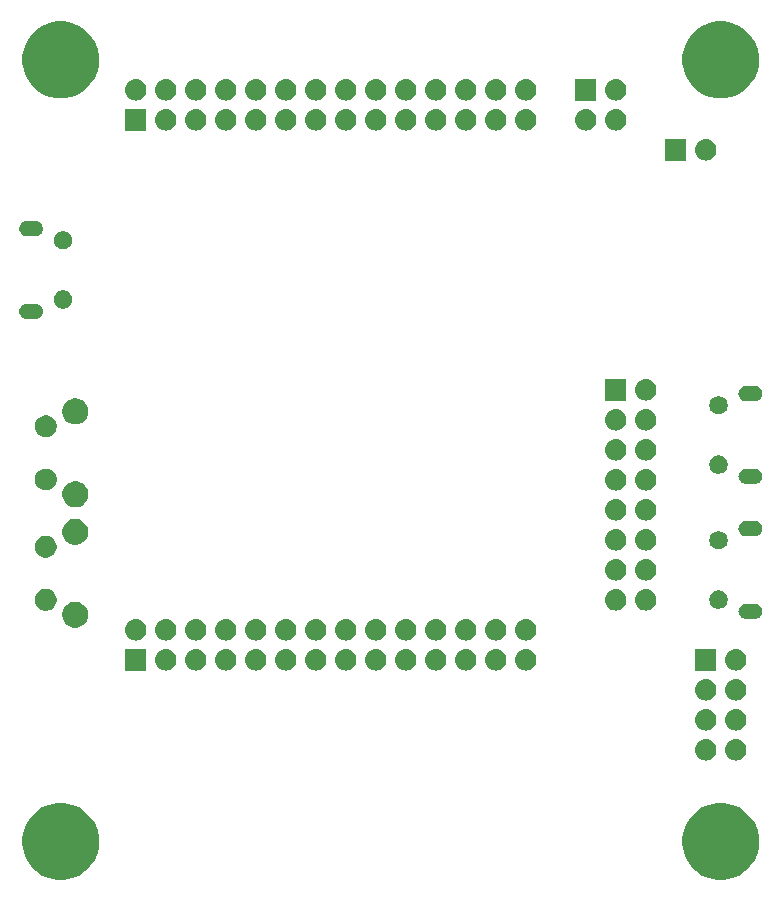
<source format=gbs>
G04 #@! TF.GenerationSoftware,KiCad,Pcbnew,5.0.1-33cea8e~68~ubuntu18.04.1*
G04 #@! TF.CreationDate,2018-11-18T16:32:13-03:00*
G04 #@! TF.ProjectId,proto-h750,70726F746F2D683735302E6B69636164,rev?*
G04 #@! TF.SameCoordinates,Original*
G04 #@! TF.FileFunction,Soldermask,Bot*
G04 #@! TF.FilePolarity,Negative*
%FSLAX46Y46*%
G04 Gerber Fmt 4.6, Leading zero omitted, Abs format (unit mm)*
G04 Created by KiCad (PCBNEW 5.0.1-33cea8e~68~ubuntu18.04.1) date dom 18 nov 2018 16:32:13 -03*
%MOMM*%
%LPD*%
G01*
G04 APERTURE LIST*
%ADD10C,0.100000*%
G04 APERTURE END LIST*
D10*
G36*
X103818223Y-108774127D02*
X104409833Y-109019180D01*
X104942261Y-109374936D01*
X105395064Y-109827739D01*
X105750820Y-110360167D01*
X105750821Y-110360169D01*
X105995873Y-110951777D01*
X106120800Y-111579824D01*
X106120800Y-112220176D01*
X106098263Y-112333476D01*
X105995873Y-112848223D01*
X105750820Y-113439833D01*
X105395064Y-113972261D01*
X104942261Y-114425064D01*
X104409833Y-114780820D01*
X104409832Y-114780821D01*
X104409831Y-114780821D01*
X103818223Y-115025873D01*
X103190176Y-115150800D01*
X102549824Y-115150800D01*
X101921777Y-115025873D01*
X101330169Y-114780821D01*
X101330168Y-114780821D01*
X101330167Y-114780820D01*
X100797739Y-114425064D01*
X100344936Y-113972261D01*
X99989180Y-113439833D01*
X99744127Y-112848223D01*
X99641737Y-112333476D01*
X99619200Y-112220176D01*
X99619200Y-111579824D01*
X99744127Y-110951777D01*
X99989179Y-110360169D01*
X99989180Y-110360167D01*
X100344936Y-109827739D01*
X100797739Y-109374936D01*
X101330167Y-109019180D01*
X101921777Y-108774127D01*
X102549824Y-108649200D01*
X103190176Y-108649200D01*
X103818223Y-108774127D01*
X103818223Y-108774127D01*
G37*
G36*
X159698223Y-108774127D02*
X160289833Y-109019180D01*
X160822261Y-109374936D01*
X161275064Y-109827739D01*
X161630820Y-110360167D01*
X161630821Y-110360169D01*
X161875873Y-110951777D01*
X162000800Y-111579824D01*
X162000800Y-112220176D01*
X161978263Y-112333476D01*
X161875873Y-112848223D01*
X161630820Y-113439833D01*
X161275064Y-113972261D01*
X160822261Y-114425064D01*
X160289833Y-114780820D01*
X160289832Y-114780821D01*
X160289831Y-114780821D01*
X159698223Y-115025873D01*
X159070176Y-115150800D01*
X158429824Y-115150800D01*
X157801777Y-115025873D01*
X157210169Y-114780821D01*
X157210168Y-114780821D01*
X157210167Y-114780820D01*
X156677739Y-114425064D01*
X156224936Y-113972261D01*
X155869180Y-113439833D01*
X155624127Y-112848223D01*
X155521737Y-112333476D01*
X155499200Y-112220176D01*
X155499200Y-111579824D01*
X155624127Y-110951777D01*
X155869179Y-110360169D01*
X155869180Y-110360167D01*
X156224936Y-109827739D01*
X156677739Y-109374936D01*
X157210167Y-109019180D01*
X157801777Y-108774127D01*
X158429824Y-108649200D01*
X159070176Y-108649200D01*
X159698223Y-108774127D01*
X159698223Y-108774127D01*
G37*
G36*
X160108362Y-103243545D02*
X160196588Y-103252234D01*
X160366389Y-103303743D01*
X160366392Y-103303745D01*
X160366393Y-103303745D01*
X160522874Y-103387385D01*
X160660043Y-103499957D01*
X160772615Y-103637126D01*
X160856255Y-103793607D01*
X160856257Y-103793611D01*
X160907766Y-103963412D01*
X160925158Y-104140000D01*
X160907766Y-104316588D01*
X160856257Y-104486389D01*
X160856255Y-104486392D01*
X160856255Y-104486393D01*
X160772615Y-104642874D01*
X160660043Y-104780043D01*
X160522874Y-104892615D01*
X160366393Y-104976255D01*
X160366389Y-104976257D01*
X160196588Y-105027766D01*
X160108362Y-105036455D01*
X160064250Y-105040800D01*
X159975750Y-105040800D01*
X159931638Y-105036455D01*
X159843412Y-105027766D01*
X159673611Y-104976257D01*
X159673607Y-104976255D01*
X159517126Y-104892615D01*
X159379957Y-104780043D01*
X159267385Y-104642874D01*
X159183745Y-104486393D01*
X159183745Y-104486392D01*
X159183743Y-104486389D01*
X159132234Y-104316588D01*
X159114842Y-104140000D01*
X159132234Y-103963412D01*
X159183743Y-103793611D01*
X159183745Y-103793607D01*
X159267385Y-103637126D01*
X159379957Y-103499957D01*
X159517126Y-103387385D01*
X159673607Y-103303745D01*
X159673608Y-103303745D01*
X159673611Y-103303743D01*
X159843412Y-103252234D01*
X159931638Y-103243545D01*
X159975750Y-103239200D01*
X160064250Y-103239200D01*
X160108362Y-103243545D01*
X160108362Y-103243545D01*
G37*
G36*
X157568362Y-103243545D02*
X157656588Y-103252234D01*
X157826389Y-103303743D01*
X157826392Y-103303745D01*
X157826393Y-103303745D01*
X157982874Y-103387385D01*
X158120043Y-103499957D01*
X158232615Y-103637126D01*
X158316255Y-103793607D01*
X158316257Y-103793611D01*
X158367766Y-103963412D01*
X158385158Y-104140000D01*
X158367766Y-104316588D01*
X158316257Y-104486389D01*
X158316255Y-104486392D01*
X158316255Y-104486393D01*
X158232615Y-104642874D01*
X158120043Y-104780043D01*
X157982874Y-104892615D01*
X157826393Y-104976255D01*
X157826389Y-104976257D01*
X157656588Y-105027766D01*
X157568362Y-105036455D01*
X157524250Y-105040800D01*
X157435750Y-105040800D01*
X157391638Y-105036455D01*
X157303412Y-105027766D01*
X157133611Y-104976257D01*
X157133607Y-104976255D01*
X156977126Y-104892615D01*
X156839957Y-104780043D01*
X156727385Y-104642874D01*
X156643745Y-104486393D01*
X156643745Y-104486392D01*
X156643743Y-104486389D01*
X156592234Y-104316588D01*
X156574842Y-104140000D01*
X156592234Y-103963412D01*
X156643743Y-103793611D01*
X156643745Y-103793607D01*
X156727385Y-103637126D01*
X156839957Y-103499957D01*
X156977126Y-103387385D01*
X157133607Y-103303745D01*
X157133608Y-103303745D01*
X157133611Y-103303743D01*
X157303412Y-103252234D01*
X157391638Y-103243545D01*
X157435750Y-103239200D01*
X157524250Y-103239200D01*
X157568362Y-103243545D01*
X157568362Y-103243545D01*
G37*
G36*
X157568362Y-100703545D02*
X157656588Y-100712234D01*
X157826389Y-100763743D01*
X157826392Y-100763745D01*
X157826393Y-100763745D01*
X157982874Y-100847385D01*
X158120043Y-100959957D01*
X158232615Y-101097126D01*
X158316255Y-101253607D01*
X158316257Y-101253611D01*
X158367766Y-101423412D01*
X158385158Y-101600000D01*
X158367766Y-101776588D01*
X158316257Y-101946389D01*
X158316255Y-101946392D01*
X158316255Y-101946393D01*
X158232615Y-102102874D01*
X158120043Y-102240043D01*
X157982874Y-102352615D01*
X157826393Y-102436255D01*
X157826389Y-102436257D01*
X157656588Y-102487766D01*
X157568362Y-102496455D01*
X157524250Y-102500800D01*
X157435750Y-102500800D01*
X157391638Y-102496455D01*
X157303412Y-102487766D01*
X157133611Y-102436257D01*
X157133607Y-102436255D01*
X156977126Y-102352615D01*
X156839957Y-102240043D01*
X156727385Y-102102874D01*
X156643745Y-101946393D01*
X156643745Y-101946392D01*
X156643743Y-101946389D01*
X156592234Y-101776588D01*
X156574842Y-101600000D01*
X156592234Y-101423412D01*
X156643743Y-101253611D01*
X156643745Y-101253607D01*
X156727385Y-101097126D01*
X156839957Y-100959957D01*
X156977126Y-100847385D01*
X157133607Y-100763745D01*
X157133608Y-100763745D01*
X157133611Y-100763743D01*
X157303412Y-100712234D01*
X157391638Y-100703545D01*
X157435750Y-100699200D01*
X157524250Y-100699200D01*
X157568362Y-100703545D01*
X157568362Y-100703545D01*
G37*
G36*
X160108362Y-100703545D02*
X160196588Y-100712234D01*
X160366389Y-100763743D01*
X160366392Y-100763745D01*
X160366393Y-100763745D01*
X160522874Y-100847385D01*
X160660043Y-100959957D01*
X160772615Y-101097126D01*
X160856255Y-101253607D01*
X160856257Y-101253611D01*
X160907766Y-101423412D01*
X160925158Y-101600000D01*
X160907766Y-101776588D01*
X160856257Y-101946389D01*
X160856255Y-101946392D01*
X160856255Y-101946393D01*
X160772615Y-102102874D01*
X160660043Y-102240043D01*
X160522874Y-102352615D01*
X160366393Y-102436255D01*
X160366389Y-102436257D01*
X160196588Y-102487766D01*
X160108362Y-102496455D01*
X160064250Y-102500800D01*
X159975750Y-102500800D01*
X159931638Y-102496455D01*
X159843412Y-102487766D01*
X159673611Y-102436257D01*
X159673607Y-102436255D01*
X159517126Y-102352615D01*
X159379957Y-102240043D01*
X159267385Y-102102874D01*
X159183745Y-101946393D01*
X159183745Y-101946392D01*
X159183743Y-101946389D01*
X159132234Y-101776588D01*
X159114842Y-101600000D01*
X159132234Y-101423412D01*
X159183743Y-101253611D01*
X159183745Y-101253607D01*
X159267385Y-101097126D01*
X159379957Y-100959957D01*
X159517126Y-100847385D01*
X159673607Y-100763745D01*
X159673608Y-100763745D01*
X159673611Y-100763743D01*
X159843412Y-100712234D01*
X159931638Y-100703545D01*
X159975750Y-100699200D01*
X160064250Y-100699200D01*
X160108362Y-100703545D01*
X160108362Y-100703545D01*
G37*
G36*
X160108362Y-98163545D02*
X160196588Y-98172234D01*
X160366389Y-98223743D01*
X160366392Y-98223745D01*
X160366393Y-98223745D01*
X160522874Y-98307385D01*
X160660043Y-98419957D01*
X160772615Y-98557126D01*
X160856255Y-98713607D01*
X160856257Y-98713611D01*
X160907766Y-98883412D01*
X160925158Y-99060000D01*
X160907766Y-99236588D01*
X160856257Y-99406389D01*
X160856255Y-99406392D01*
X160856255Y-99406393D01*
X160772615Y-99562874D01*
X160660043Y-99700043D01*
X160522874Y-99812615D01*
X160366393Y-99896255D01*
X160366389Y-99896257D01*
X160196588Y-99947766D01*
X160108362Y-99956455D01*
X160064250Y-99960800D01*
X159975750Y-99960800D01*
X159931638Y-99956455D01*
X159843412Y-99947766D01*
X159673611Y-99896257D01*
X159673607Y-99896255D01*
X159517126Y-99812615D01*
X159379957Y-99700043D01*
X159267385Y-99562874D01*
X159183745Y-99406393D01*
X159183745Y-99406392D01*
X159183743Y-99406389D01*
X159132234Y-99236588D01*
X159114842Y-99060000D01*
X159132234Y-98883412D01*
X159183743Y-98713611D01*
X159183745Y-98713607D01*
X159267385Y-98557126D01*
X159379957Y-98419957D01*
X159517126Y-98307385D01*
X159673607Y-98223745D01*
X159673608Y-98223745D01*
X159673611Y-98223743D01*
X159843412Y-98172234D01*
X159931638Y-98163545D01*
X159975750Y-98159200D01*
X160064250Y-98159200D01*
X160108362Y-98163545D01*
X160108362Y-98163545D01*
G37*
G36*
X157568362Y-98163545D02*
X157656588Y-98172234D01*
X157826389Y-98223743D01*
X157826392Y-98223745D01*
X157826393Y-98223745D01*
X157982874Y-98307385D01*
X158120043Y-98419957D01*
X158232615Y-98557126D01*
X158316255Y-98713607D01*
X158316257Y-98713611D01*
X158367766Y-98883412D01*
X158385158Y-99060000D01*
X158367766Y-99236588D01*
X158316257Y-99406389D01*
X158316255Y-99406392D01*
X158316255Y-99406393D01*
X158232615Y-99562874D01*
X158120043Y-99700043D01*
X157982874Y-99812615D01*
X157826393Y-99896255D01*
X157826389Y-99896257D01*
X157656588Y-99947766D01*
X157568362Y-99956455D01*
X157524250Y-99960800D01*
X157435750Y-99960800D01*
X157391638Y-99956455D01*
X157303412Y-99947766D01*
X157133611Y-99896257D01*
X157133607Y-99896255D01*
X156977126Y-99812615D01*
X156839957Y-99700043D01*
X156727385Y-99562874D01*
X156643745Y-99406393D01*
X156643745Y-99406392D01*
X156643743Y-99406389D01*
X156592234Y-99236588D01*
X156574842Y-99060000D01*
X156592234Y-98883412D01*
X156643743Y-98713611D01*
X156643745Y-98713607D01*
X156727385Y-98557126D01*
X156839957Y-98419957D01*
X156977126Y-98307385D01*
X157133607Y-98223745D01*
X157133608Y-98223745D01*
X157133611Y-98223743D01*
X157303412Y-98172234D01*
X157391638Y-98163545D01*
X157435750Y-98159200D01*
X157524250Y-98159200D01*
X157568362Y-98163545D01*
X157568362Y-98163545D01*
G37*
G36*
X137248362Y-95623545D02*
X137336588Y-95632234D01*
X137506389Y-95683743D01*
X137506392Y-95683745D01*
X137506393Y-95683745D01*
X137662874Y-95767385D01*
X137800043Y-95879957D01*
X137912615Y-96017126D01*
X137996255Y-96173607D01*
X137996257Y-96173611D01*
X138047766Y-96343412D01*
X138065158Y-96520000D01*
X138047766Y-96696588D01*
X137996257Y-96866389D01*
X137996255Y-96866392D01*
X137996255Y-96866393D01*
X137912615Y-97022874D01*
X137800043Y-97160043D01*
X137662874Y-97272615D01*
X137506393Y-97356255D01*
X137506389Y-97356257D01*
X137336588Y-97407766D01*
X137248362Y-97416455D01*
X137204250Y-97420800D01*
X137115750Y-97420800D01*
X137071638Y-97416455D01*
X136983412Y-97407766D01*
X136813611Y-97356257D01*
X136813607Y-97356255D01*
X136657126Y-97272615D01*
X136519957Y-97160043D01*
X136407385Y-97022874D01*
X136323745Y-96866393D01*
X136323745Y-96866392D01*
X136323743Y-96866389D01*
X136272234Y-96696588D01*
X136254842Y-96520000D01*
X136272234Y-96343412D01*
X136323743Y-96173611D01*
X136323745Y-96173607D01*
X136407385Y-96017126D01*
X136519957Y-95879957D01*
X136657126Y-95767385D01*
X136813607Y-95683745D01*
X136813608Y-95683745D01*
X136813611Y-95683743D01*
X136983412Y-95632234D01*
X137071638Y-95623545D01*
X137115750Y-95619200D01*
X137204250Y-95619200D01*
X137248362Y-95623545D01*
X137248362Y-95623545D01*
G37*
G36*
X110120800Y-97420800D02*
X108319200Y-97420800D01*
X108319200Y-95619200D01*
X110120800Y-95619200D01*
X110120800Y-97420800D01*
X110120800Y-97420800D01*
G37*
G36*
X111848362Y-95623545D02*
X111936588Y-95632234D01*
X112106389Y-95683743D01*
X112106392Y-95683745D01*
X112106393Y-95683745D01*
X112262874Y-95767385D01*
X112400043Y-95879957D01*
X112512615Y-96017126D01*
X112596255Y-96173607D01*
X112596257Y-96173611D01*
X112647766Y-96343412D01*
X112665158Y-96520000D01*
X112647766Y-96696588D01*
X112596257Y-96866389D01*
X112596255Y-96866392D01*
X112596255Y-96866393D01*
X112512615Y-97022874D01*
X112400043Y-97160043D01*
X112262874Y-97272615D01*
X112106393Y-97356255D01*
X112106389Y-97356257D01*
X111936588Y-97407766D01*
X111848362Y-97416455D01*
X111804250Y-97420800D01*
X111715750Y-97420800D01*
X111671638Y-97416455D01*
X111583412Y-97407766D01*
X111413611Y-97356257D01*
X111413607Y-97356255D01*
X111257126Y-97272615D01*
X111119957Y-97160043D01*
X111007385Y-97022874D01*
X110923745Y-96866393D01*
X110923745Y-96866392D01*
X110923743Y-96866389D01*
X110872234Y-96696588D01*
X110854842Y-96520000D01*
X110872234Y-96343412D01*
X110923743Y-96173611D01*
X110923745Y-96173607D01*
X111007385Y-96017126D01*
X111119957Y-95879957D01*
X111257126Y-95767385D01*
X111413607Y-95683745D01*
X111413608Y-95683745D01*
X111413611Y-95683743D01*
X111583412Y-95632234D01*
X111671638Y-95623545D01*
X111715750Y-95619200D01*
X111804250Y-95619200D01*
X111848362Y-95623545D01*
X111848362Y-95623545D01*
G37*
G36*
X114388362Y-95623545D02*
X114476588Y-95632234D01*
X114646389Y-95683743D01*
X114646392Y-95683745D01*
X114646393Y-95683745D01*
X114802874Y-95767385D01*
X114940043Y-95879957D01*
X115052615Y-96017126D01*
X115136255Y-96173607D01*
X115136257Y-96173611D01*
X115187766Y-96343412D01*
X115205158Y-96520000D01*
X115187766Y-96696588D01*
X115136257Y-96866389D01*
X115136255Y-96866392D01*
X115136255Y-96866393D01*
X115052615Y-97022874D01*
X114940043Y-97160043D01*
X114802874Y-97272615D01*
X114646393Y-97356255D01*
X114646389Y-97356257D01*
X114476588Y-97407766D01*
X114388362Y-97416455D01*
X114344250Y-97420800D01*
X114255750Y-97420800D01*
X114211638Y-97416455D01*
X114123412Y-97407766D01*
X113953611Y-97356257D01*
X113953607Y-97356255D01*
X113797126Y-97272615D01*
X113659957Y-97160043D01*
X113547385Y-97022874D01*
X113463745Y-96866393D01*
X113463745Y-96866392D01*
X113463743Y-96866389D01*
X113412234Y-96696588D01*
X113394842Y-96520000D01*
X113412234Y-96343412D01*
X113463743Y-96173611D01*
X113463745Y-96173607D01*
X113547385Y-96017126D01*
X113659957Y-95879957D01*
X113797126Y-95767385D01*
X113953607Y-95683745D01*
X113953608Y-95683745D01*
X113953611Y-95683743D01*
X114123412Y-95632234D01*
X114211638Y-95623545D01*
X114255750Y-95619200D01*
X114344250Y-95619200D01*
X114388362Y-95623545D01*
X114388362Y-95623545D01*
G37*
G36*
X158380800Y-97420800D02*
X156579200Y-97420800D01*
X156579200Y-95619200D01*
X158380800Y-95619200D01*
X158380800Y-97420800D01*
X158380800Y-97420800D01*
G37*
G36*
X160108362Y-95623545D02*
X160196588Y-95632234D01*
X160366389Y-95683743D01*
X160366392Y-95683745D01*
X160366393Y-95683745D01*
X160522874Y-95767385D01*
X160660043Y-95879957D01*
X160772615Y-96017126D01*
X160856255Y-96173607D01*
X160856257Y-96173611D01*
X160907766Y-96343412D01*
X160925158Y-96520000D01*
X160907766Y-96696588D01*
X160856257Y-96866389D01*
X160856255Y-96866392D01*
X160856255Y-96866393D01*
X160772615Y-97022874D01*
X160660043Y-97160043D01*
X160522874Y-97272615D01*
X160366393Y-97356255D01*
X160366389Y-97356257D01*
X160196588Y-97407766D01*
X160108362Y-97416455D01*
X160064250Y-97420800D01*
X159975750Y-97420800D01*
X159931638Y-97416455D01*
X159843412Y-97407766D01*
X159673611Y-97356257D01*
X159673607Y-97356255D01*
X159517126Y-97272615D01*
X159379957Y-97160043D01*
X159267385Y-97022874D01*
X159183745Y-96866393D01*
X159183745Y-96866392D01*
X159183743Y-96866389D01*
X159132234Y-96696588D01*
X159114842Y-96520000D01*
X159132234Y-96343412D01*
X159183743Y-96173611D01*
X159183745Y-96173607D01*
X159267385Y-96017126D01*
X159379957Y-95879957D01*
X159517126Y-95767385D01*
X159673607Y-95683745D01*
X159673608Y-95683745D01*
X159673611Y-95683743D01*
X159843412Y-95632234D01*
X159931638Y-95623545D01*
X159975750Y-95619200D01*
X160064250Y-95619200D01*
X160108362Y-95623545D01*
X160108362Y-95623545D01*
G37*
G36*
X142328362Y-95623545D02*
X142416588Y-95632234D01*
X142586389Y-95683743D01*
X142586392Y-95683745D01*
X142586393Y-95683745D01*
X142742874Y-95767385D01*
X142880043Y-95879957D01*
X142992615Y-96017126D01*
X143076255Y-96173607D01*
X143076257Y-96173611D01*
X143127766Y-96343412D01*
X143145158Y-96520000D01*
X143127766Y-96696588D01*
X143076257Y-96866389D01*
X143076255Y-96866392D01*
X143076255Y-96866393D01*
X142992615Y-97022874D01*
X142880043Y-97160043D01*
X142742874Y-97272615D01*
X142586393Y-97356255D01*
X142586389Y-97356257D01*
X142416588Y-97407766D01*
X142328362Y-97416455D01*
X142284250Y-97420800D01*
X142195750Y-97420800D01*
X142151638Y-97416455D01*
X142063412Y-97407766D01*
X141893611Y-97356257D01*
X141893607Y-97356255D01*
X141737126Y-97272615D01*
X141599957Y-97160043D01*
X141487385Y-97022874D01*
X141403745Y-96866393D01*
X141403745Y-96866392D01*
X141403743Y-96866389D01*
X141352234Y-96696588D01*
X141334842Y-96520000D01*
X141352234Y-96343412D01*
X141403743Y-96173611D01*
X141403745Y-96173607D01*
X141487385Y-96017126D01*
X141599957Y-95879957D01*
X141737126Y-95767385D01*
X141893607Y-95683745D01*
X141893608Y-95683745D01*
X141893611Y-95683743D01*
X142063412Y-95632234D01*
X142151638Y-95623545D01*
X142195750Y-95619200D01*
X142284250Y-95619200D01*
X142328362Y-95623545D01*
X142328362Y-95623545D01*
G37*
G36*
X139788362Y-95623545D02*
X139876588Y-95632234D01*
X140046389Y-95683743D01*
X140046392Y-95683745D01*
X140046393Y-95683745D01*
X140202874Y-95767385D01*
X140340043Y-95879957D01*
X140452615Y-96017126D01*
X140536255Y-96173607D01*
X140536257Y-96173611D01*
X140587766Y-96343412D01*
X140605158Y-96520000D01*
X140587766Y-96696588D01*
X140536257Y-96866389D01*
X140536255Y-96866392D01*
X140536255Y-96866393D01*
X140452615Y-97022874D01*
X140340043Y-97160043D01*
X140202874Y-97272615D01*
X140046393Y-97356255D01*
X140046389Y-97356257D01*
X139876588Y-97407766D01*
X139788362Y-97416455D01*
X139744250Y-97420800D01*
X139655750Y-97420800D01*
X139611638Y-97416455D01*
X139523412Y-97407766D01*
X139353611Y-97356257D01*
X139353607Y-97356255D01*
X139197126Y-97272615D01*
X139059957Y-97160043D01*
X138947385Y-97022874D01*
X138863745Y-96866393D01*
X138863745Y-96866392D01*
X138863743Y-96866389D01*
X138812234Y-96696588D01*
X138794842Y-96520000D01*
X138812234Y-96343412D01*
X138863743Y-96173611D01*
X138863745Y-96173607D01*
X138947385Y-96017126D01*
X139059957Y-95879957D01*
X139197126Y-95767385D01*
X139353607Y-95683745D01*
X139353608Y-95683745D01*
X139353611Y-95683743D01*
X139523412Y-95632234D01*
X139611638Y-95623545D01*
X139655750Y-95619200D01*
X139744250Y-95619200D01*
X139788362Y-95623545D01*
X139788362Y-95623545D01*
G37*
G36*
X116928362Y-95623545D02*
X117016588Y-95632234D01*
X117186389Y-95683743D01*
X117186392Y-95683745D01*
X117186393Y-95683745D01*
X117342874Y-95767385D01*
X117480043Y-95879957D01*
X117592615Y-96017126D01*
X117676255Y-96173607D01*
X117676257Y-96173611D01*
X117727766Y-96343412D01*
X117745158Y-96520000D01*
X117727766Y-96696588D01*
X117676257Y-96866389D01*
X117676255Y-96866392D01*
X117676255Y-96866393D01*
X117592615Y-97022874D01*
X117480043Y-97160043D01*
X117342874Y-97272615D01*
X117186393Y-97356255D01*
X117186389Y-97356257D01*
X117016588Y-97407766D01*
X116928362Y-97416455D01*
X116884250Y-97420800D01*
X116795750Y-97420800D01*
X116751638Y-97416455D01*
X116663412Y-97407766D01*
X116493611Y-97356257D01*
X116493607Y-97356255D01*
X116337126Y-97272615D01*
X116199957Y-97160043D01*
X116087385Y-97022874D01*
X116003745Y-96866393D01*
X116003745Y-96866392D01*
X116003743Y-96866389D01*
X115952234Y-96696588D01*
X115934842Y-96520000D01*
X115952234Y-96343412D01*
X116003743Y-96173611D01*
X116003745Y-96173607D01*
X116087385Y-96017126D01*
X116199957Y-95879957D01*
X116337126Y-95767385D01*
X116493607Y-95683745D01*
X116493608Y-95683745D01*
X116493611Y-95683743D01*
X116663412Y-95632234D01*
X116751638Y-95623545D01*
X116795750Y-95619200D01*
X116884250Y-95619200D01*
X116928362Y-95623545D01*
X116928362Y-95623545D01*
G37*
G36*
X132168362Y-95623545D02*
X132256588Y-95632234D01*
X132426389Y-95683743D01*
X132426392Y-95683745D01*
X132426393Y-95683745D01*
X132582874Y-95767385D01*
X132720043Y-95879957D01*
X132832615Y-96017126D01*
X132916255Y-96173607D01*
X132916257Y-96173611D01*
X132967766Y-96343412D01*
X132985158Y-96520000D01*
X132967766Y-96696588D01*
X132916257Y-96866389D01*
X132916255Y-96866392D01*
X132916255Y-96866393D01*
X132832615Y-97022874D01*
X132720043Y-97160043D01*
X132582874Y-97272615D01*
X132426393Y-97356255D01*
X132426389Y-97356257D01*
X132256588Y-97407766D01*
X132168362Y-97416455D01*
X132124250Y-97420800D01*
X132035750Y-97420800D01*
X131991638Y-97416455D01*
X131903412Y-97407766D01*
X131733611Y-97356257D01*
X131733607Y-97356255D01*
X131577126Y-97272615D01*
X131439957Y-97160043D01*
X131327385Y-97022874D01*
X131243745Y-96866393D01*
X131243745Y-96866392D01*
X131243743Y-96866389D01*
X131192234Y-96696588D01*
X131174842Y-96520000D01*
X131192234Y-96343412D01*
X131243743Y-96173611D01*
X131243745Y-96173607D01*
X131327385Y-96017126D01*
X131439957Y-95879957D01*
X131577126Y-95767385D01*
X131733607Y-95683745D01*
X131733608Y-95683745D01*
X131733611Y-95683743D01*
X131903412Y-95632234D01*
X131991638Y-95623545D01*
X132035750Y-95619200D01*
X132124250Y-95619200D01*
X132168362Y-95623545D01*
X132168362Y-95623545D01*
G37*
G36*
X129628362Y-95623545D02*
X129716588Y-95632234D01*
X129886389Y-95683743D01*
X129886392Y-95683745D01*
X129886393Y-95683745D01*
X130042874Y-95767385D01*
X130180043Y-95879957D01*
X130292615Y-96017126D01*
X130376255Y-96173607D01*
X130376257Y-96173611D01*
X130427766Y-96343412D01*
X130445158Y-96520000D01*
X130427766Y-96696588D01*
X130376257Y-96866389D01*
X130376255Y-96866392D01*
X130376255Y-96866393D01*
X130292615Y-97022874D01*
X130180043Y-97160043D01*
X130042874Y-97272615D01*
X129886393Y-97356255D01*
X129886389Y-97356257D01*
X129716588Y-97407766D01*
X129628362Y-97416455D01*
X129584250Y-97420800D01*
X129495750Y-97420800D01*
X129451638Y-97416455D01*
X129363412Y-97407766D01*
X129193611Y-97356257D01*
X129193607Y-97356255D01*
X129037126Y-97272615D01*
X128899957Y-97160043D01*
X128787385Y-97022874D01*
X128703745Y-96866393D01*
X128703745Y-96866392D01*
X128703743Y-96866389D01*
X128652234Y-96696588D01*
X128634842Y-96520000D01*
X128652234Y-96343412D01*
X128703743Y-96173611D01*
X128703745Y-96173607D01*
X128787385Y-96017126D01*
X128899957Y-95879957D01*
X129037126Y-95767385D01*
X129193607Y-95683745D01*
X129193608Y-95683745D01*
X129193611Y-95683743D01*
X129363412Y-95632234D01*
X129451638Y-95623545D01*
X129495750Y-95619200D01*
X129584250Y-95619200D01*
X129628362Y-95623545D01*
X129628362Y-95623545D01*
G37*
G36*
X134708362Y-95623545D02*
X134796588Y-95632234D01*
X134966389Y-95683743D01*
X134966392Y-95683745D01*
X134966393Y-95683745D01*
X135122874Y-95767385D01*
X135260043Y-95879957D01*
X135372615Y-96017126D01*
X135456255Y-96173607D01*
X135456257Y-96173611D01*
X135507766Y-96343412D01*
X135525158Y-96520000D01*
X135507766Y-96696588D01*
X135456257Y-96866389D01*
X135456255Y-96866392D01*
X135456255Y-96866393D01*
X135372615Y-97022874D01*
X135260043Y-97160043D01*
X135122874Y-97272615D01*
X134966393Y-97356255D01*
X134966389Y-97356257D01*
X134796588Y-97407766D01*
X134708362Y-97416455D01*
X134664250Y-97420800D01*
X134575750Y-97420800D01*
X134531638Y-97416455D01*
X134443412Y-97407766D01*
X134273611Y-97356257D01*
X134273607Y-97356255D01*
X134117126Y-97272615D01*
X133979957Y-97160043D01*
X133867385Y-97022874D01*
X133783745Y-96866393D01*
X133783745Y-96866392D01*
X133783743Y-96866389D01*
X133732234Y-96696588D01*
X133714842Y-96520000D01*
X133732234Y-96343412D01*
X133783743Y-96173611D01*
X133783745Y-96173607D01*
X133867385Y-96017126D01*
X133979957Y-95879957D01*
X134117126Y-95767385D01*
X134273607Y-95683745D01*
X134273608Y-95683745D01*
X134273611Y-95683743D01*
X134443412Y-95632234D01*
X134531638Y-95623545D01*
X134575750Y-95619200D01*
X134664250Y-95619200D01*
X134708362Y-95623545D01*
X134708362Y-95623545D01*
G37*
G36*
X127088362Y-95623545D02*
X127176588Y-95632234D01*
X127346389Y-95683743D01*
X127346392Y-95683745D01*
X127346393Y-95683745D01*
X127502874Y-95767385D01*
X127640043Y-95879957D01*
X127752615Y-96017126D01*
X127836255Y-96173607D01*
X127836257Y-96173611D01*
X127887766Y-96343412D01*
X127905158Y-96520000D01*
X127887766Y-96696588D01*
X127836257Y-96866389D01*
X127836255Y-96866392D01*
X127836255Y-96866393D01*
X127752615Y-97022874D01*
X127640043Y-97160043D01*
X127502874Y-97272615D01*
X127346393Y-97356255D01*
X127346389Y-97356257D01*
X127176588Y-97407766D01*
X127088362Y-97416455D01*
X127044250Y-97420800D01*
X126955750Y-97420800D01*
X126911638Y-97416455D01*
X126823412Y-97407766D01*
X126653611Y-97356257D01*
X126653607Y-97356255D01*
X126497126Y-97272615D01*
X126359957Y-97160043D01*
X126247385Y-97022874D01*
X126163745Y-96866393D01*
X126163745Y-96866392D01*
X126163743Y-96866389D01*
X126112234Y-96696588D01*
X126094842Y-96520000D01*
X126112234Y-96343412D01*
X126163743Y-96173611D01*
X126163745Y-96173607D01*
X126247385Y-96017126D01*
X126359957Y-95879957D01*
X126497126Y-95767385D01*
X126653607Y-95683745D01*
X126653608Y-95683745D01*
X126653611Y-95683743D01*
X126823412Y-95632234D01*
X126911638Y-95623545D01*
X126955750Y-95619200D01*
X127044250Y-95619200D01*
X127088362Y-95623545D01*
X127088362Y-95623545D01*
G37*
G36*
X119468362Y-95623545D02*
X119556588Y-95632234D01*
X119726389Y-95683743D01*
X119726392Y-95683745D01*
X119726393Y-95683745D01*
X119882874Y-95767385D01*
X120020043Y-95879957D01*
X120132615Y-96017126D01*
X120216255Y-96173607D01*
X120216257Y-96173611D01*
X120267766Y-96343412D01*
X120285158Y-96520000D01*
X120267766Y-96696588D01*
X120216257Y-96866389D01*
X120216255Y-96866392D01*
X120216255Y-96866393D01*
X120132615Y-97022874D01*
X120020043Y-97160043D01*
X119882874Y-97272615D01*
X119726393Y-97356255D01*
X119726389Y-97356257D01*
X119556588Y-97407766D01*
X119468362Y-97416455D01*
X119424250Y-97420800D01*
X119335750Y-97420800D01*
X119291638Y-97416455D01*
X119203412Y-97407766D01*
X119033611Y-97356257D01*
X119033607Y-97356255D01*
X118877126Y-97272615D01*
X118739957Y-97160043D01*
X118627385Y-97022874D01*
X118543745Y-96866393D01*
X118543745Y-96866392D01*
X118543743Y-96866389D01*
X118492234Y-96696588D01*
X118474842Y-96520000D01*
X118492234Y-96343412D01*
X118543743Y-96173611D01*
X118543745Y-96173607D01*
X118627385Y-96017126D01*
X118739957Y-95879957D01*
X118877126Y-95767385D01*
X119033607Y-95683745D01*
X119033608Y-95683745D01*
X119033611Y-95683743D01*
X119203412Y-95632234D01*
X119291638Y-95623545D01*
X119335750Y-95619200D01*
X119424250Y-95619200D01*
X119468362Y-95623545D01*
X119468362Y-95623545D01*
G37*
G36*
X124548362Y-95623545D02*
X124636588Y-95632234D01*
X124806389Y-95683743D01*
X124806392Y-95683745D01*
X124806393Y-95683745D01*
X124962874Y-95767385D01*
X125100043Y-95879957D01*
X125212615Y-96017126D01*
X125296255Y-96173607D01*
X125296257Y-96173611D01*
X125347766Y-96343412D01*
X125365158Y-96520000D01*
X125347766Y-96696588D01*
X125296257Y-96866389D01*
X125296255Y-96866392D01*
X125296255Y-96866393D01*
X125212615Y-97022874D01*
X125100043Y-97160043D01*
X124962874Y-97272615D01*
X124806393Y-97356255D01*
X124806389Y-97356257D01*
X124636588Y-97407766D01*
X124548362Y-97416455D01*
X124504250Y-97420800D01*
X124415750Y-97420800D01*
X124371638Y-97416455D01*
X124283412Y-97407766D01*
X124113611Y-97356257D01*
X124113607Y-97356255D01*
X123957126Y-97272615D01*
X123819957Y-97160043D01*
X123707385Y-97022874D01*
X123623745Y-96866393D01*
X123623745Y-96866392D01*
X123623743Y-96866389D01*
X123572234Y-96696588D01*
X123554842Y-96520000D01*
X123572234Y-96343412D01*
X123623743Y-96173611D01*
X123623745Y-96173607D01*
X123707385Y-96017126D01*
X123819957Y-95879957D01*
X123957126Y-95767385D01*
X124113607Y-95683745D01*
X124113608Y-95683745D01*
X124113611Y-95683743D01*
X124283412Y-95632234D01*
X124371638Y-95623545D01*
X124415750Y-95619200D01*
X124504250Y-95619200D01*
X124548362Y-95623545D01*
X124548362Y-95623545D01*
G37*
G36*
X122008362Y-95623545D02*
X122096588Y-95632234D01*
X122266389Y-95683743D01*
X122266392Y-95683745D01*
X122266393Y-95683745D01*
X122422874Y-95767385D01*
X122560043Y-95879957D01*
X122672615Y-96017126D01*
X122756255Y-96173607D01*
X122756257Y-96173611D01*
X122807766Y-96343412D01*
X122825158Y-96520000D01*
X122807766Y-96696588D01*
X122756257Y-96866389D01*
X122756255Y-96866392D01*
X122756255Y-96866393D01*
X122672615Y-97022874D01*
X122560043Y-97160043D01*
X122422874Y-97272615D01*
X122266393Y-97356255D01*
X122266389Y-97356257D01*
X122096588Y-97407766D01*
X122008362Y-97416455D01*
X121964250Y-97420800D01*
X121875750Y-97420800D01*
X121831638Y-97416455D01*
X121743412Y-97407766D01*
X121573611Y-97356257D01*
X121573607Y-97356255D01*
X121417126Y-97272615D01*
X121279957Y-97160043D01*
X121167385Y-97022874D01*
X121083745Y-96866393D01*
X121083745Y-96866392D01*
X121083743Y-96866389D01*
X121032234Y-96696588D01*
X121014842Y-96520000D01*
X121032234Y-96343412D01*
X121083743Y-96173611D01*
X121083745Y-96173607D01*
X121167385Y-96017126D01*
X121279957Y-95879957D01*
X121417126Y-95767385D01*
X121573607Y-95683745D01*
X121573608Y-95683745D01*
X121573611Y-95683743D01*
X121743412Y-95632234D01*
X121831638Y-95623545D01*
X121875750Y-95619200D01*
X121964250Y-95619200D01*
X122008362Y-95623545D01*
X122008362Y-95623545D01*
G37*
G36*
X109308362Y-93083545D02*
X109396588Y-93092234D01*
X109566389Y-93143743D01*
X109566392Y-93143745D01*
X109566393Y-93143745D01*
X109722874Y-93227385D01*
X109860043Y-93339957D01*
X109972615Y-93477126D01*
X110056255Y-93633607D01*
X110056257Y-93633611D01*
X110107766Y-93803412D01*
X110125158Y-93980000D01*
X110107766Y-94156588D01*
X110056257Y-94326389D01*
X110056255Y-94326392D01*
X110056255Y-94326393D01*
X109972615Y-94482874D01*
X109860043Y-94620043D01*
X109722874Y-94732615D01*
X109566393Y-94816255D01*
X109566389Y-94816257D01*
X109396588Y-94867766D01*
X109308362Y-94876455D01*
X109264250Y-94880800D01*
X109175750Y-94880800D01*
X109131638Y-94876455D01*
X109043412Y-94867766D01*
X108873611Y-94816257D01*
X108873607Y-94816255D01*
X108717126Y-94732615D01*
X108579957Y-94620043D01*
X108467385Y-94482874D01*
X108383745Y-94326393D01*
X108383745Y-94326392D01*
X108383743Y-94326389D01*
X108332234Y-94156588D01*
X108314842Y-93980000D01*
X108332234Y-93803412D01*
X108383743Y-93633611D01*
X108383745Y-93633607D01*
X108467385Y-93477126D01*
X108579957Y-93339957D01*
X108717126Y-93227385D01*
X108873607Y-93143745D01*
X108873608Y-93143745D01*
X108873611Y-93143743D01*
X109043412Y-93092234D01*
X109131638Y-93083545D01*
X109175750Y-93079200D01*
X109264250Y-93079200D01*
X109308362Y-93083545D01*
X109308362Y-93083545D01*
G37*
G36*
X132168362Y-93083545D02*
X132256588Y-93092234D01*
X132426389Y-93143743D01*
X132426392Y-93143745D01*
X132426393Y-93143745D01*
X132582874Y-93227385D01*
X132720043Y-93339957D01*
X132832615Y-93477126D01*
X132916255Y-93633607D01*
X132916257Y-93633611D01*
X132967766Y-93803412D01*
X132985158Y-93980000D01*
X132967766Y-94156588D01*
X132916257Y-94326389D01*
X132916255Y-94326392D01*
X132916255Y-94326393D01*
X132832615Y-94482874D01*
X132720043Y-94620043D01*
X132582874Y-94732615D01*
X132426393Y-94816255D01*
X132426389Y-94816257D01*
X132256588Y-94867766D01*
X132168362Y-94876455D01*
X132124250Y-94880800D01*
X132035750Y-94880800D01*
X131991638Y-94876455D01*
X131903412Y-94867766D01*
X131733611Y-94816257D01*
X131733607Y-94816255D01*
X131577126Y-94732615D01*
X131439957Y-94620043D01*
X131327385Y-94482874D01*
X131243745Y-94326393D01*
X131243745Y-94326392D01*
X131243743Y-94326389D01*
X131192234Y-94156588D01*
X131174842Y-93980000D01*
X131192234Y-93803412D01*
X131243743Y-93633611D01*
X131243745Y-93633607D01*
X131327385Y-93477126D01*
X131439957Y-93339957D01*
X131577126Y-93227385D01*
X131733607Y-93143745D01*
X131733608Y-93143745D01*
X131733611Y-93143743D01*
X131903412Y-93092234D01*
X131991638Y-93083545D01*
X132035750Y-93079200D01*
X132124250Y-93079200D01*
X132168362Y-93083545D01*
X132168362Y-93083545D01*
G37*
G36*
X129628362Y-93083545D02*
X129716588Y-93092234D01*
X129886389Y-93143743D01*
X129886392Y-93143745D01*
X129886393Y-93143745D01*
X130042874Y-93227385D01*
X130180043Y-93339957D01*
X130292615Y-93477126D01*
X130376255Y-93633607D01*
X130376257Y-93633611D01*
X130427766Y-93803412D01*
X130445158Y-93980000D01*
X130427766Y-94156588D01*
X130376257Y-94326389D01*
X130376255Y-94326392D01*
X130376255Y-94326393D01*
X130292615Y-94482874D01*
X130180043Y-94620043D01*
X130042874Y-94732615D01*
X129886393Y-94816255D01*
X129886389Y-94816257D01*
X129716588Y-94867766D01*
X129628362Y-94876455D01*
X129584250Y-94880800D01*
X129495750Y-94880800D01*
X129451638Y-94876455D01*
X129363412Y-94867766D01*
X129193611Y-94816257D01*
X129193607Y-94816255D01*
X129037126Y-94732615D01*
X128899957Y-94620043D01*
X128787385Y-94482874D01*
X128703745Y-94326393D01*
X128703745Y-94326392D01*
X128703743Y-94326389D01*
X128652234Y-94156588D01*
X128634842Y-93980000D01*
X128652234Y-93803412D01*
X128703743Y-93633611D01*
X128703745Y-93633607D01*
X128787385Y-93477126D01*
X128899957Y-93339957D01*
X129037126Y-93227385D01*
X129193607Y-93143745D01*
X129193608Y-93143745D01*
X129193611Y-93143743D01*
X129363412Y-93092234D01*
X129451638Y-93083545D01*
X129495750Y-93079200D01*
X129584250Y-93079200D01*
X129628362Y-93083545D01*
X129628362Y-93083545D01*
G37*
G36*
X134708362Y-93083545D02*
X134796588Y-93092234D01*
X134966389Y-93143743D01*
X134966392Y-93143745D01*
X134966393Y-93143745D01*
X135122874Y-93227385D01*
X135260043Y-93339957D01*
X135372615Y-93477126D01*
X135456255Y-93633607D01*
X135456257Y-93633611D01*
X135507766Y-93803412D01*
X135525158Y-93980000D01*
X135507766Y-94156588D01*
X135456257Y-94326389D01*
X135456255Y-94326392D01*
X135456255Y-94326393D01*
X135372615Y-94482874D01*
X135260043Y-94620043D01*
X135122874Y-94732615D01*
X134966393Y-94816255D01*
X134966389Y-94816257D01*
X134796588Y-94867766D01*
X134708362Y-94876455D01*
X134664250Y-94880800D01*
X134575750Y-94880800D01*
X134531638Y-94876455D01*
X134443412Y-94867766D01*
X134273611Y-94816257D01*
X134273607Y-94816255D01*
X134117126Y-94732615D01*
X133979957Y-94620043D01*
X133867385Y-94482874D01*
X133783745Y-94326393D01*
X133783745Y-94326392D01*
X133783743Y-94326389D01*
X133732234Y-94156588D01*
X133714842Y-93980000D01*
X133732234Y-93803412D01*
X133783743Y-93633611D01*
X133783745Y-93633607D01*
X133867385Y-93477126D01*
X133979957Y-93339957D01*
X134117126Y-93227385D01*
X134273607Y-93143745D01*
X134273608Y-93143745D01*
X134273611Y-93143743D01*
X134443412Y-93092234D01*
X134531638Y-93083545D01*
X134575750Y-93079200D01*
X134664250Y-93079200D01*
X134708362Y-93083545D01*
X134708362Y-93083545D01*
G37*
G36*
X137248362Y-93083545D02*
X137336588Y-93092234D01*
X137506389Y-93143743D01*
X137506392Y-93143745D01*
X137506393Y-93143745D01*
X137662874Y-93227385D01*
X137800043Y-93339957D01*
X137912615Y-93477126D01*
X137996255Y-93633607D01*
X137996257Y-93633611D01*
X138047766Y-93803412D01*
X138065158Y-93980000D01*
X138047766Y-94156588D01*
X137996257Y-94326389D01*
X137996255Y-94326392D01*
X137996255Y-94326393D01*
X137912615Y-94482874D01*
X137800043Y-94620043D01*
X137662874Y-94732615D01*
X137506393Y-94816255D01*
X137506389Y-94816257D01*
X137336588Y-94867766D01*
X137248362Y-94876455D01*
X137204250Y-94880800D01*
X137115750Y-94880800D01*
X137071638Y-94876455D01*
X136983412Y-94867766D01*
X136813611Y-94816257D01*
X136813607Y-94816255D01*
X136657126Y-94732615D01*
X136519957Y-94620043D01*
X136407385Y-94482874D01*
X136323745Y-94326393D01*
X136323745Y-94326392D01*
X136323743Y-94326389D01*
X136272234Y-94156588D01*
X136254842Y-93980000D01*
X136272234Y-93803412D01*
X136323743Y-93633611D01*
X136323745Y-93633607D01*
X136407385Y-93477126D01*
X136519957Y-93339957D01*
X136657126Y-93227385D01*
X136813607Y-93143745D01*
X136813608Y-93143745D01*
X136813611Y-93143743D01*
X136983412Y-93092234D01*
X137071638Y-93083545D01*
X137115750Y-93079200D01*
X137204250Y-93079200D01*
X137248362Y-93083545D01*
X137248362Y-93083545D01*
G37*
G36*
X127088362Y-93083545D02*
X127176588Y-93092234D01*
X127346389Y-93143743D01*
X127346392Y-93143745D01*
X127346393Y-93143745D01*
X127502874Y-93227385D01*
X127640043Y-93339957D01*
X127752615Y-93477126D01*
X127836255Y-93633607D01*
X127836257Y-93633611D01*
X127887766Y-93803412D01*
X127905158Y-93980000D01*
X127887766Y-94156588D01*
X127836257Y-94326389D01*
X127836255Y-94326392D01*
X127836255Y-94326393D01*
X127752615Y-94482874D01*
X127640043Y-94620043D01*
X127502874Y-94732615D01*
X127346393Y-94816255D01*
X127346389Y-94816257D01*
X127176588Y-94867766D01*
X127088362Y-94876455D01*
X127044250Y-94880800D01*
X126955750Y-94880800D01*
X126911638Y-94876455D01*
X126823412Y-94867766D01*
X126653611Y-94816257D01*
X126653607Y-94816255D01*
X126497126Y-94732615D01*
X126359957Y-94620043D01*
X126247385Y-94482874D01*
X126163745Y-94326393D01*
X126163745Y-94326392D01*
X126163743Y-94326389D01*
X126112234Y-94156588D01*
X126094842Y-93980000D01*
X126112234Y-93803412D01*
X126163743Y-93633611D01*
X126163745Y-93633607D01*
X126247385Y-93477126D01*
X126359957Y-93339957D01*
X126497126Y-93227385D01*
X126653607Y-93143745D01*
X126653608Y-93143745D01*
X126653611Y-93143743D01*
X126823412Y-93092234D01*
X126911638Y-93083545D01*
X126955750Y-93079200D01*
X127044250Y-93079200D01*
X127088362Y-93083545D01*
X127088362Y-93083545D01*
G37*
G36*
X139788362Y-93083545D02*
X139876588Y-93092234D01*
X140046389Y-93143743D01*
X140046392Y-93143745D01*
X140046393Y-93143745D01*
X140202874Y-93227385D01*
X140340043Y-93339957D01*
X140452615Y-93477126D01*
X140536255Y-93633607D01*
X140536257Y-93633611D01*
X140587766Y-93803412D01*
X140605158Y-93980000D01*
X140587766Y-94156588D01*
X140536257Y-94326389D01*
X140536255Y-94326392D01*
X140536255Y-94326393D01*
X140452615Y-94482874D01*
X140340043Y-94620043D01*
X140202874Y-94732615D01*
X140046393Y-94816255D01*
X140046389Y-94816257D01*
X139876588Y-94867766D01*
X139788362Y-94876455D01*
X139744250Y-94880800D01*
X139655750Y-94880800D01*
X139611638Y-94876455D01*
X139523412Y-94867766D01*
X139353611Y-94816257D01*
X139353607Y-94816255D01*
X139197126Y-94732615D01*
X139059957Y-94620043D01*
X138947385Y-94482874D01*
X138863745Y-94326393D01*
X138863745Y-94326392D01*
X138863743Y-94326389D01*
X138812234Y-94156588D01*
X138794842Y-93980000D01*
X138812234Y-93803412D01*
X138863743Y-93633611D01*
X138863745Y-93633607D01*
X138947385Y-93477126D01*
X139059957Y-93339957D01*
X139197126Y-93227385D01*
X139353607Y-93143745D01*
X139353608Y-93143745D01*
X139353611Y-93143743D01*
X139523412Y-93092234D01*
X139611638Y-93083545D01*
X139655750Y-93079200D01*
X139744250Y-93079200D01*
X139788362Y-93083545D01*
X139788362Y-93083545D01*
G37*
G36*
X122008362Y-93083545D02*
X122096588Y-93092234D01*
X122266389Y-93143743D01*
X122266392Y-93143745D01*
X122266393Y-93143745D01*
X122422874Y-93227385D01*
X122560043Y-93339957D01*
X122672615Y-93477126D01*
X122756255Y-93633607D01*
X122756257Y-93633611D01*
X122807766Y-93803412D01*
X122825158Y-93980000D01*
X122807766Y-94156588D01*
X122756257Y-94326389D01*
X122756255Y-94326392D01*
X122756255Y-94326393D01*
X122672615Y-94482874D01*
X122560043Y-94620043D01*
X122422874Y-94732615D01*
X122266393Y-94816255D01*
X122266389Y-94816257D01*
X122096588Y-94867766D01*
X122008362Y-94876455D01*
X121964250Y-94880800D01*
X121875750Y-94880800D01*
X121831638Y-94876455D01*
X121743412Y-94867766D01*
X121573611Y-94816257D01*
X121573607Y-94816255D01*
X121417126Y-94732615D01*
X121279957Y-94620043D01*
X121167385Y-94482874D01*
X121083745Y-94326393D01*
X121083745Y-94326392D01*
X121083743Y-94326389D01*
X121032234Y-94156588D01*
X121014842Y-93980000D01*
X121032234Y-93803412D01*
X121083743Y-93633611D01*
X121083745Y-93633607D01*
X121167385Y-93477126D01*
X121279957Y-93339957D01*
X121417126Y-93227385D01*
X121573607Y-93143745D01*
X121573608Y-93143745D01*
X121573611Y-93143743D01*
X121743412Y-93092234D01*
X121831638Y-93083545D01*
X121875750Y-93079200D01*
X121964250Y-93079200D01*
X122008362Y-93083545D01*
X122008362Y-93083545D01*
G37*
G36*
X119468362Y-93083545D02*
X119556588Y-93092234D01*
X119726389Y-93143743D01*
X119726392Y-93143745D01*
X119726393Y-93143745D01*
X119882874Y-93227385D01*
X120020043Y-93339957D01*
X120132615Y-93477126D01*
X120216255Y-93633607D01*
X120216257Y-93633611D01*
X120267766Y-93803412D01*
X120285158Y-93980000D01*
X120267766Y-94156588D01*
X120216257Y-94326389D01*
X120216255Y-94326392D01*
X120216255Y-94326393D01*
X120132615Y-94482874D01*
X120020043Y-94620043D01*
X119882874Y-94732615D01*
X119726393Y-94816255D01*
X119726389Y-94816257D01*
X119556588Y-94867766D01*
X119468362Y-94876455D01*
X119424250Y-94880800D01*
X119335750Y-94880800D01*
X119291638Y-94876455D01*
X119203412Y-94867766D01*
X119033611Y-94816257D01*
X119033607Y-94816255D01*
X118877126Y-94732615D01*
X118739957Y-94620043D01*
X118627385Y-94482874D01*
X118543745Y-94326393D01*
X118543745Y-94326392D01*
X118543743Y-94326389D01*
X118492234Y-94156588D01*
X118474842Y-93980000D01*
X118492234Y-93803412D01*
X118543743Y-93633611D01*
X118543745Y-93633607D01*
X118627385Y-93477126D01*
X118739957Y-93339957D01*
X118877126Y-93227385D01*
X119033607Y-93143745D01*
X119033608Y-93143745D01*
X119033611Y-93143743D01*
X119203412Y-93092234D01*
X119291638Y-93083545D01*
X119335750Y-93079200D01*
X119424250Y-93079200D01*
X119468362Y-93083545D01*
X119468362Y-93083545D01*
G37*
G36*
X116928362Y-93083545D02*
X117016588Y-93092234D01*
X117186389Y-93143743D01*
X117186392Y-93143745D01*
X117186393Y-93143745D01*
X117342874Y-93227385D01*
X117480043Y-93339957D01*
X117592615Y-93477126D01*
X117676255Y-93633607D01*
X117676257Y-93633611D01*
X117727766Y-93803412D01*
X117745158Y-93980000D01*
X117727766Y-94156588D01*
X117676257Y-94326389D01*
X117676255Y-94326392D01*
X117676255Y-94326393D01*
X117592615Y-94482874D01*
X117480043Y-94620043D01*
X117342874Y-94732615D01*
X117186393Y-94816255D01*
X117186389Y-94816257D01*
X117016588Y-94867766D01*
X116928362Y-94876455D01*
X116884250Y-94880800D01*
X116795750Y-94880800D01*
X116751638Y-94876455D01*
X116663412Y-94867766D01*
X116493611Y-94816257D01*
X116493607Y-94816255D01*
X116337126Y-94732615D01*
X116199957Y-94620043D01*
X116087385Y-94482874D01*
X116003745Y-94326393D01*
X116003745Y-94326392D01*
X116003743Y-94326389D01*
X115952234Y-94156588D01*
X115934842Y-93980000D01*
X115952234Y-93803412D01*
X116003743Y-93633611D01*
X116003745Y-93633607D01*
X116087385Y-93477126D01*
X116199957Y-93339957D01*
X116337126Y-93227385D01*
X116493607Y-93143745D01*
X116493608Y-93143745D01*
X116493611Y-93143743D01*
X116663412Y-93092234D01*
X116751638Y-93083545D01*
X116795750Y-93079200D01*
X116884250Y-93079200D01*
X116928362Y-93083545D01*
X116928362Y-93083545D01*
G37*
G36*
X111848362Y-93083545D02*
X111936588Y-93092234D01*
X112106389Y-93143743D01*
X112106392Y-93143745D01*
X112106393Y-93143745D01*
X112262874Y-93227385D01*
X112400043Y-93339957D01*
X112512615Y-93477126D01*
X112596255Y-93633607D01*
X112596257Y-93633611D01*
X112647766Y-93803412D01*
X112665158Y-93980000D01*
X112647766Y-94156588D01*
X112596257Y-94326389D01*
X112596255Y-94326392D01*
X112596255Y-94326393D01*
X112512615Y-94482874D01*
X112400043Y-94620043D01*
X112262874Y-94732615D01*
X112106393Y-94816255D01*
X112106389Y-94816257D01*
X111936588Y-94867766D01*
X111848362Y-94876455D01*
X111804250Y-94880800D01*
X111715750Y-94880800D01*
X111671638Y-94876455D01*
X111583412Y-94867766D01*
X111413611Y-94816257D01*
X111413607Y-94816255D01*
X111257126Y-94732615D01*
X111119957Y-94620043D01*
X111007385Y-94482874D01*
X110923745Y-94326393D01*
X110923745Y-94326392D01*
X110923743Y-94326389D01*
X110872234Y-94156588D01*
X110854842Y-93980000D01*
X110872234Y-93803412D01*
X110923743Y-93633611D01*
X110923745Y-93633607D01*
X111007385Y-93477126D01*
X111119957Y-93339957D01*
X111257126Y-93227385D01*
X111413607Y-93143745D01*
X111413608Y-93143745D01*
X111413611Y-93143743D01*
X111583412Y-93092234D01*
X111671638Y-93083545D01*
X111715750Y-93079200D01*
X111804250Y-93079200D01*
X111848362Y-93083545D01*
X111848362Y-93083545D01*
G37*
G36*
X114388362Y-93083545D02*
X114476588Y-93092234D01*
X114646389Y-93143743D01*
X114646392Y-93143745D01*
X114646393Y-93143745D01*
X114802874Y-93227385D01*
X114940043Y-93339957D01*
X115052615Y-93477126D01*
X115136255Y-93633607D01*
X115136257Y-93633611D01*
X115187766Y-93803412D01*
X115205158Y-93980000D01*
X115187766Y-94156588D01*
X115136257Y-94326389D01*
X115136255Y-94326392D01*
X115136255Y-94326393D01*
X115052615Y-94482874D01*
X114940043Y-94620043D01*
X114802874Y-94732615D01*
X114646393Y-94816255D01*
X114646389Y-94816257D01*
X114476588Y-94867766D01*
X114388362Y-94876455D01*
X114344250Y-94880800D01*
X114255750Y-94880800D01*
X114211638Y-94876455D01*
X114123412Y-94867766D01*
X113953611Y-94816257D01*
X113953607Y-94816255D01*
X113797126Y-94732615D01*
X113659957Y-94620043D01*
X113547385Y-94482874D01*
X113463745Y-94326393D01*
X113463745Y-94326392D01*
X113463743Y-94326389D01*
X113412234Y-94156588D01*
X113394842Y-93980000D01*
X113412234Y-93803412D01*
X113463743Y-93633611D01*
X113463745Y-93633607D01*
X113547385Y-93477126D01*
X113659957Y-93339957D01*
X113797126Y-93227385D01*
X113953607Y-93143745D01*
X113953608Y-93143745D01*
X113953611Y-93143743D01*
X114123412Y-93092234D01*
X114211638Y-93083545D01*
X114255750Y-93079200D01*
X114344250Y-93079200D01*
X114388362Y-93083545D01*
X114388362Y-93083545D01*
G37*
G36*
X142328362Y-93083545D02*
X142416588Y-93092234D01*
X142586389Y-93143743D01*
X142586392Y-93143745D01*
X142586393Y-93143745D01*
X142742874Y-93227385D01*
X142880043Y-93339957D01*
X142992615Y-93477126D01*
X143076255Y-93633607D01*
X143076257Y-93633611D01*
X143127766Y-93803412D01*
X143145158Y-93980000D01*
X143127766Y-94156588D01*
X143076257Y-94326389D01*
X143076255Y-94326392D01*
X143076255Y-94326393D01*
X142992615Y-94482874D01*
X142880043Y-94620043D01*
X142742874Y-94732615D01*
X142586393Y-94816255D01*
X142586389Y-94816257D01*
X142416588Y-94867766D01*
X142328362Y-94876455D01*
X142284250Y-94880800D01*
X142195750Y-94880800D01*
X142151638Y-94876455D01*
X142063412Y-94867766D01*
X141893611Y-94816257D01*
X141893607Y-94816255D01*
X141737126Y-94732615D01*
X141599957Y-94620043D01*
X141487385Y-94482874D01*
X141403745Y-94326393D01*
X141403745Y-94326392D01*
X141403743Y-94326389D01*
X141352234Y-94156588D01*
X141334842Y-93980000D01*
X141352234Y-93803412D01*
X141403743Y-93633611D01*
X141403745Y-93633607D01*
X141487385Y-93477126D01*
X141599957Y-93339957D01*
X141737126Y-93227385D01*
X141893607Y-93143745D01*
X141893608Y-93143745D01*
X141893611Y-93143743D01*
X142063412Y-93092234D01*
X142151638Y-93083545D01*
X142195750Y-93079200D01*
X142284250Y-93079200D01*
X142328362Y-93083545D01*
X142328362Y-93083545D01*
G37*
G36*
X124548362Y-93083545D02*
X124636588Y-93092234D01*
X124806389Y-93143743D01*
X124806392Y-93143745D01*
X124806393Y-93143745D01*
X124962874Y-93227385D01*
X125100043Y-93339957D01*
X125212615Y-93477126D01*
X125296255Y-93633607D01*
X125296257Y-93633611D01*
X125347766Y-93803412D01*
X125365158Y-93980000D01*
X125347766Y-94156588D01*
X125296257Y-94326389D01*
X125296255Y-94326392D01*
X125296255Y-94326393D01*
X125212615Y-94482874D01*
X125100043Y-94620043D01*
X124962874Y-94732615D01*
X124806393Y-94816255D01*
X124806389Y-94816257D01*
X124636588Y-94867766D01*
X124548362Y-94876455D01*
X124504250Y-94880800D01*
X124415750Y-94880800D01*
X124371638Y-94876455D01*
X124283412Y-94867766D01*
X124113611Y-94816257D01*
X124113607Y-94816255D01*
X123957126Y-94732615D01*
X123819957Y-94620043D01*
X123707385Y-94482874D01*
X123623745Y-94326393D01*
X123623745Y-94326392D01*
X123623743Y-94326389D01*
X123572234Y-94156588D01*
X123554842Y-93980000D01*
X123572234Y-93803412D01*
X123623743Y-93633611D01*
X123623745Y-93633607D01*
X123707385Y-93477126D01*
X123819957Y-93339957D01*
X123957126Y-93227385D01*
X124113607Y-93143745D01*
X124113608Y-93143745D01*
X124113611Y-93143743D01*
X124283412Y-93092234D01*
X124371638Y-93083545D01*
X124415750Y-93079200D01*
X124504250Y-93079200D01*
X124548362Y-93083545D01*
X124548362Y-93083545D01*
G37*
G36*
X104411091Y-91631503D02*
X104611427Y-91714485D01*
X104791716Y-91834950D01*
X104945050Y-91988284D01*
X105065515Y-92168573D01*
X105148497Y-92368909D01*
X105190800Y-92581582D01*
X105190800Y-92798418D01*
X105148497Y-93011091D01*
X105065515Y-93211427D01*
X104945050Y-93391716D01*
X104791716Y-93545050D01*
X104611427Y-93665515D01*
X104411091Y-93748497D01*
X104198419Y-93790800D01*
X103981581Y-93790800D01*
X103768909Y-93748497D01*
X103568573Y-93665515D01*
X103388284Y-93545050D01*
X103234950Y-93391716D01*
X103114485Y-93211427D01*
X103031503Y-93011091D01*
X102989200Y-92798418D01*
X102989200Y-92581582D01*
X103031503Y-92368909D01*
X103114485Y-92168573D01*
X103234950Y-91988284D01*
X103388284Y-91834950D01*
X103568573Y-91714485D01*
X103768909Y-91631503D01*
X103981581Y-91589200D01*
X104198419Y-91589200D01*
X104411091Y-91631503D01*
X104411091Y-91631503D01*
G37*
G36*
X161735079Y-91758617D02*
X161857756Y-91795830D01*
X161970814Y-91856261D01*
X162069912Y-91937588D01*
X162151239Y-92036686D01*
X162211670Y-92149744D01*
X162248883Y-92272421D01*
X162261448Y-92400000D01*
X162248883Y-92527579D01*
X162211670Y-92650256D01*
X162151239Y-92763314D01*
X162069912Y-92862412D01*
X161970814Y-92943739D01*
X161857756Y-93004170D01*
X161735079Y-93041383D01*
X161639465Y-93050800D01*
X160875535Y-93050800D01*
X160779921Y-93041383D01*
X160657244Y-93004170D01*
X160544186Y-92943739D01*
X160445088Y-92862412D01*
X160363761Y-92763314D01*
X160303330Y-92650256D01*
X160266117Y-92527579D01*
X160253552Y-92400000D01*
X160266117Y-92272421D01*
X160303330Y-92149744D01*
X160363761Y-92036686D01*
X160445088Y-91937588D01*
X160544186Y-91856261D01*
X160657244Y-91795830D01*
X160779921Y-91758617D01*
X160875535Y-91749200D01*
X161639465Y-91749200D01*
X161735079Y-91758617D01*
X161735079Y-91758617D01*
G37*
G36*
X101870046Y-90549778D02*
X102038531Y-90619566D01*
X102190163Y-90720884D01*
X102319116Y-90849837D01*
X102420434Y-91001469D01*
X102490222Y-91169954D01*
X102525800Y-91348817D01*
X102525800Y-91531183D01*
X102490222Y-91710046D01*
X102420434Y-91878531D01*
X102319116Y-92030163D01*
X102190163Y-92159116D01*
X102038531Y-92260434D01*
X101870046Y-92330222D01*
X101691183Y-92365800D01*
X101508817Y-92365800D01*
X101329954Y-92330222D01*
X101161469Y-92260434D01*
X101009837Y-92159116D01*
X100880884Y-92030163D01*
X100779566Y-91878531D01*
X100709778Y-91710046D01*
X100674200Y-91531183D01*
X100674200Y-91348817D01*
X100709778Y-91169954D01*
X100779566Y-91001469D01*
X100880884Y-90849837D01*
X101009837Y-90720884D01*
X101161469Y-90619566D01*
X101329954Y-90549778D01*
X101508817Y-90514200D01*
X101691183Y-90514200D01*
X101870046Y-90549778D01*
X101870046Y-90549778D01*
G37*
G36*
X152488362Y-90543545D02*
X152576588Y-90552234D01*
X152746389Y-90603743D01*
X152746392Y-90603745D01*
X152746393Y-90603745D01*
X152902874Y-90687385D01*
X153040043Y-90799957D01*
X153152615Y-90937126D01*
X153203604Y-91032521D01*
X153236257Y-91093611D01*
X153287766Y-91263412D01*
X153305158Y-91440000D01*
X153287766Y-91616588D01*
X153236257Y-91786389D01*
X153236255Y-91786392D01*
X153236255Y-91786393D01*
X153152615Y-91942874D01*
X153040043Y-92080043D01*
X152902874Y-92192615D01*
X152775992Y-92260434D01*
X152746389Y-92276257D01*
X152576588Y-92327766D01*
X152488362Y-92336455D01*
X152444250Y-92340800D01*
X152355750Y-92340800D01*
X152311638Y-92336455D01*
X152223412Y-92327766D01*
X152053611Y-92276257D01*
X152024008Y-92260434D01*
X151897126Y-92192615D01*
X151759957Y-92080043D01*
X151647385Y-91942874D01*
X151563745Y-91786393D01*
X151563745Y-91786392D01*
X151563743Y-91786389D01*
X151512234Y-91616588D01*
X151494842Y-91440000D01*
X151512234Y-91263412D01*
X151563743Y-91093611D01*
X151596396Y-91032521D01*
X151647385Y-90937126D01*
X151759957Y-90799957D01*
X151897126Y-90687385D01*
X152053607Y-90603745D01*
X152053608Y-90603745D01*
X152053611Y-90603743D01*
X152223412Y-90552234D01*
X152311638Y-90543545D01*
X152355750Y-90539200D01*
X152444250Y-90539200D01*
X152488362Y-90543545D01*
X152488362Y-90543545D01*
G37*
G36*
X149948362Y-90543545D02*
X150036588Y-90552234D01*
X150206389Y-90603743D01*
X150206392Y-90603745D01*
X150206393Y-90603745D01*
X150362874Y-90687385D01*
X150500043Y-90799957D01*
X150612615Y-90937126D01*
X150663604Y-91032521D01*
X150696257Y-91093611D01*
X150747766Y-91263412D01*
X150765158Y-91440000D01*
X150747766Y-91616588D01*
X150696257Y-91786389D01*
X150696255Y-91786392D01*
X150696255Y-91786393D01*
X150612615Y-91942874D01*
X150500043Y-92080043D01*
X150362874Y-92192615D01*
X150235992Y-92260434D01*
X150206389Y-92276257D01*
X150036588Y-92327766D01*
X149948362Y-92336455D01*
X149904250Y-92340800D01*
X149815750Y-92340800D01*
X149771638Y-92336455D01*
X149683412Y-92327766D01*
X149513611Y-92276257D01*
X149484008Y-92260434D01*
X149357126Y-92192615D01*
X149219957Y-92080043D01*
X149107385Y-91942874D01*
X149023745Y-91786393D01*
X149023745Y-91786392D01*
X149023743Y-91786389D01*
X148972234Y-91616588D01*
X148954842Y-91440000D01*
X148972234Y-91263412D01*
X149023743Y-91093611D01*
X149056396Y-91032521D01*
X149107385Y-90937126D01*
X149219957Y-90799957D01*
X149357126Y-90687385D01*
X149513607Y-90603745D01*
X149513608Y-90603745D01*
X149513611Y-90603743D01*
X149683412Y-90552234D01*
X149771638Y-90543545D01*
X149815750Y-90539200D01*
X149904250Y-90539200D01*
X149948362Y-90543545D01*
X149948362Y-90543545D01*
G37*
G36*
X158783793Y-90654013D02*
X158924979Y-90712495D01*
X159052044Y-90797397D01*
X159160103Y-90905456D01*
X159245005Y-91032521D01*
X159303487Y-91173707D01*
X159333300Y-91323590D01*
X159333300Y-91476410D01*
X159303487Y-91626293D01*
X159245005Y-91767479D01*
X159160103Y-91894544D01*
X159052044Y-92002603D01*
X158924979Y-92087505D01*
X158783793Y-92145987D01*
X158633910Y-92175800D01*
X158481090Y-92175800D01*
X158331207Y-92145987D01*
X158190021Y-92087505D01*
X158062956Y-92002603D01*
X157954897Y-91894544D01*
X157869995Y-91767479D01*
X157811513Y-91626293D01*
X157781700Y-91476410D01*
X157781700Y-91323590D01*
X157811513Y-91173707D01*
X157869995Y-91032521D01*
X157954897Y-90905456D01*
X158062956Y-90797397D01*
X158190021Y-90712495D01*
X158331207Y-90654013D01*
X158481090Y-90624200D01*
X158633910Y-90624200D01*
X158783793Y-90654013D01*
X158783793Y-90654013D01*
G37*
G36*
X149948362Y-88003545D02*
X150036588Y-88012234D01*
X150206389Y-88063743D01*
X150206392Y-88063745D01*
X150206393Y-88063745D01*
X150362874Y-88147385D01*
X150500043Y-88259957D01*
X150612615Y-88397126D01*
X150696255Y-88553607D01*
X150696257Y-88553611D01*
X150747766Y-88723412D01*
X150765158Y-88900000D01*
X150747766Y-89076588D01*
X150696257Y-89246389D01*
X150696255Y-89246392D01*
X150696255Y-89246393D01*
X150612615Y-89402874D01*
X150500043Y-89540043D01*
X150362874Y-89652615D01*
X150206393Y-89736255D01*
X150206389Y-89736257D01*
X150036588Y-89787766D01*
X149948362Y-89796455D01*
X149904250Y-89800800D01*
X149815750Y-89800800D01*
X149771638Y-89796455D01*
X149683412Y-89787766D01*
X149513611Y-89736257D01*
X149513607Y-89736255D01*
X149357126Y-89652615D01*
X149219957Y-89540043D01*
X149107385Y-89402874D01*
X149023745Y-89246393D01*
X149023745Y-89246392D01*
X149023743Y-89246389D01*
X148972234Y-89076588D01*
X148954842Y-88900000D01*
X148972234Y-88723412D01*
X149023743Y-88553611D01*
X149023745Y-88553607D01*
X149107385Y-88397126D01*
X149219957Y-88259957D01*
X149357126Y-88147385D01*
X149513607Y-88063745D01*
X149513608Y-88063745D01*
X149513611Y-88063743D01*
X149683412Y-88012234D01*
X149771638Y-88003545D01*
X149815750Y-87999200D01*
X149904250Y-87999200D01*
X149948362Y-88003545D01*
X149948362Y-88003545D01*
G37*
G36*
X152488362Y-88003545D02*
X152576588Y-88012234D01*
X152746389Y-88063743D01*
X152746392Y-88063745D01*
X152746393Y-88063745D01*
X152902874Y-88147385D01*
X153040043Y-88259957D01*
X153152615Y-88397126D01*
X153236255Y-88553607D01*
X153236257Y-88553611D01*
X153287766Y-88723412D01*
X153305158Y-88900000D01*
X153287766Y-89076588D01*
X153236257Y-89246389D01*
X153236255Y-89246392D01*
X153236255Y-89246393D01*
X153152615Y-89402874D01*
X153040043Y-89540043D01*
X152902874Y-89652615D01*
X152746393Y-89736255D01*
X152746389Y-89736257D01*
X152576588Y-89787766D01*
X152488362Y-89796455D01*
X152444250Y-89800800D01*
X152355750Y-89800800D01*
X152311638Y-89796455D01*
X152223412Y-89787766D01*
X152053611Y-89736257D01*
X152053607Y-89736255D01*
X151897126Y-89652615D01*
X151759957Y-89540043D01*
X151647385Y-89402874D01*
X151563745Y-89246393D01*
X151563745Y-89246392D01*
X151563743Y-89246389D01*
X151512234Y-89076588D01*
X151494842Y-88900000D01*
X151512234Y-88723412D01*
X151563743Y-88553611D01*
X151563745Y-88553607D01*
X151647385Y-88397126D01*
X151759957Y-88259957D01*
X151897126Y-88147385D01*
X152053607Y-88063745D01*
X152053608Y-88063745D01*
X152053611Y-88063743D01*
X152223412Y-88012234D01*
X152311638Y-88003545D01*
X152355750Y-87999200D01*
X152444250Y-87999200D01*
X152488362Y-88003545D01*
X152488362Y-88003545D01*
G37*
G36*
X101870046Y-86049778D02*
X102038531Y-86119566D01*
X102190163Y-86220884D01*
X102319116Y-86349837D01*
X102420434Y-86501469D01*
X102490222Y-86669954D01*
X102525800Y-86848817D01*
X102525800Y-87031183D01*
X102490222Y-87210046D01*
X102420434Y-87378531D01*
X102319116Y-87530163D01*
X102190163Y-87659116D01*
X102038531Y-87760434D01*
X101870046Y-87830222D01*
X101691183Y-87865800D01*
X101508817Y-87865800D01*
X101329954Y-87830222D01*
X101161469Y-87760434D01*
X101009837Y-87659116D01*
X100880884Y-87530163D01*
X100779566Y-87378531D01*
X100709778Y-87210046D01*
X100674200Y-87031183D01*
X100674200Y-86848817D01*
X100709778Y-86669954D01*
X100779566Y-86501469D01*
X100880884Y-86349837D01*
X101009837Y-86220884D01*
X101161469Y-86119566D01*
X101329954Y-86049778D01*
X101508817Y-86014200D01*
X101691183Y-86014200D01*
X101870046Y-86049778D01*
X101870046Y-86049778D01*
G37*
G36*
X152488362Y-85463545D02*
X152576588Y-85472234D01*
X152746389Y-85523743D01*
X152746392Y-85523745D01*
X152746393Y-85523745D01*
X152902874Y-85607385D01*
X152902879Y-85607389D01*
X153040043Y-85719957D01*
X153096229Y-85788419D01*
X153152615Y-85857126D01*
X153229565Y-86001091D01*
X153236257Y-86013611D01*
X153287766Y-86183412D01*
X153305158Y-86360000D01*
X153287766Y-86536588D01*
X153236257Y-86706389D01*
X153236255Y-86706392D01*
X153236255Y-86706393D01*
X153152615Y-86862874D01*
X153040043Y-87000043D01*
X152902874Y-87112615D01*
X152746393Y-87196255D01*
X152746389Y-87196257D01*
X152576588Y-87247766D01*
X152488362Y-87256455D01*
X152444250Y-87260800D01*
X152355750Y-87260800D01*
X152311638Y-87256455D01*
X152223412Y-87247766D01*
X152053611Y-87196257D01*
X152053607Y-87196255D01*
X151897126Y-87112615D01*
X151759957Y-87000043D01*
X151647385Y-86862874D01*
X151563745Y-86706393D01*
X151563745Y-86706392D01*
X151563743Y-86706389D01*
X151512234Y-86536588D01*
X151494842Y-86360000D01*
X151512234Y-86183412D01*
X151563743Y-86013611D01*
X151570435Y-86001091D01*
X151647385Y-85857126D01*
X151703772Y-85788419D01*
X151759957Y-85719957D01*
X151897121Y-85607389D01*
X151897126Y-85607385D01*
X152053607Y-85523745D01*
X152053608Y-85523745D01*
X152053611Y-85523743D01*
X152223412Y-85472234D01*
X152311638Y-85463545D01*
X152355750Y-85459200D01*
X152444250Y-85459200D01*
X152488362Y-85463545D01*
X152488362Y-85463545D01*
G37*
G36*
X149948362Y-85463545D02*
X150036588Y-85472234D01*
X150206389Y-85523743D01*
X150206392Y-85523745D01*
X150206393Y-85523745D01*
X150362874Y-85607385D01*
X150362879Y-85607389D01*
X150500043Y-85719957D01*
X150556229Y-85788419D01*
X150612615Y-85857126D01*
X150689565Y-86001091D01*
X150696257Y-86013611D01*
X150747766Y-86183412D01*
X150765158Y-86360000D01*
X150747766Y-86536588D01*
X150696257Y-86706389D01*
X150696255Y-86706392D01*
X150696255Y-86706393D01*
X150612615Y-86862874D01*
X150500043Y-87000043D01*
X150362874Y-87112615D01*
X150206393Y-87196255D01*
X150206389Y-87196257D01*
X150036588Y-87247766D01*
X149948362Y-87256455D01*
X149904250Y-87260800D01*
X149815750Y-87260800D01*
X149771638Y-87256455D01*
X149683412Y-87247766D01*
X149513611Y-87196257D01*
X149513607Y-87196255D01*
X149357126Y-87112615D01*
X149219957Y-87000043D01*
X149107385Y-86862874D01*
X149023745Y-86706393D01*
X149023745Y-86706392D01*
X149023743Y-86706389D01*
X148972234Y-86536588D01*
X148954842Y-86360000D01*
X148972234Y-86183412D01*
X149023743Y-86013611D01*
X149030435Y-86001091D01*
X149107385Y-85857126D01*
X149163772Y-85788419D01*
X149219957Y-85719957D01*
X149357121Y-85607389D01*
X149357126Y-85607385D01*
X149513607Y-85523745D01*
X149513608Y-85523745D01*
X149513611Y-85523743D01*
X149683412Y-85472234D01*
X149771638Y-85463545D01*
X149815750Y-85459200D01*
X149904250Y-85459200D01*
X149948362Y-85463545D01*
X149948362Y-85463545D01*
G37*
G36*
X158783793Y-85654013D02*
X158924979Y-85712495D01*
X159052044Y-85797397D01*
X159160103Y-85905456D01*
X159245005Y-86032521D01*
X159303487Y-86173707D01*
X159333300Y-86323590D01*
X159333300Y-86476410D01*
X159303487Y-86626293D01*
X159245005Y-86767479D01*
X159160103Y-86894544D01*
X159052044Y-87002603D01*
X158924979Y-87087505D01*
X158783793Y-87145987D01*
X158633910Y-87175800D01*
X158481090Y-87175800D01*
X158331207Y-87145987D01*
X158190021Y-87087505D01*
X158062956Y-87002603D01*
X157954897Y-86894544D01*
X157869995Y-86767479D01*
X157811513Y-86626293D01*
X157781700Y-86476410D01*
X157781700Y-86323590D01*
X157811513Y-86173707D01*
X157869995Y-86032521D01*
X157954897Y-85905456D01*
X158062956Y-85797397D01*
X158190021Y-85712495D01*
X158331207Y-85654013D01*
X158481090Y-85624200D01*
X158633910Y-85624200D01*
X158783793Y-85654013D01*
X158783793Y-85654013D01*
G37*
G36*
X104411091Y-84621503D02*
X104611427Y-84704485D01*
X104791716Y-84824950D01*
X104945050Y-84978284D01*
X105065515Y-85158573D01*
X105065516Y-85158576D01*
X105148497Y-85358909D01*
X105190800Y-85571581D01*
X105190800Y-85788419D01*
X105189014Y-85797397D01*
X105148497Y-86001091D01*
X105065515Y-86201427D01*
X104945050Y-86381716D01*
X104791716Y-86535050D01*
X104611427Y-86655515D01*
X104576568Y-86669954D01*
X104411091Y-86738497D01*
X104198419Y-86780800D01*
X103981581Y-86780800D01*
X103768909Y-86738497D01*
X103603432Y-86669954D01*
X103568573Y-86655515D01*
X103388284Y-86535050D01*
X103234950Y-86381716D01*
X103114485Y-86201427D01*
X103031503Y-86001091D01*
X102990986Y-85797397D01*
X102989200Y-85788419D01*
X102989200Y-85571581D01*
X103031503Y-85358909D01*
X103114484Y-85158576D01*
X103114485Y-85158573D01*
X103234950Y-84978284D01*
X103388284Y-84824950D01*
X103568573Y-84704485D01*
X103768909Y-84621503D01*
X103981581Y-84579200D01*
X104198419Y-84579200D01*
X104411091Y-84621503D01*
X104411091Y-84621503D01*
G37*
G36*
X161735079Y-84758617D02*
X161857756Y-84795830D01*
X161970814Y-84856261D01*
X162069912Y-84937588D01*
X162151239Y-85036686D01*
X162211670Y-85149744D01*
X162248883Y-85272421D01*
X162261448Y-85400000D01*
X162248883Y-85527579D01*
X162211670Y-85650256D01*
X162151239Y-85763314D01*
X162069912Y-85862412D01*
X161970814Y-85943739D01*
X161857756Y-86004170D01*
X161735079Y-86041383D01*
X161639465Y-86050800D01*
X160875535Y-86050800D01*
X160779921Y-86041383D01*
X160657244Y-86004170D01*
X160544186Y-85943739D01*
X160445088Y-85862412D01*
X160363761Y-85763314D01*
X160303330Y-85650256D01*
X160266117Y-85527579D01*
X160253552Y-85400000D01*
X160266117Y-85272421D01*
X160303330Y-85149744D01*
X160363761Y-85036686D01*
X160445088Y-84937588D01*
X160544186Y-84856261D01*
X160657244Y-84795830D01*
X160779921Y-84758617D01*
X160875535Y-84749200D01*
X161639465Y-84749200D01*
X161735079Y-84758617D01*
X161735079Y-84758617D01*
G37*
G36*
X152488362Y-82923545D02*
X152576588Y-82932234D01*
X152746389Y-82983743D01*
X152746392Y-82983745D01*
X152746393Y-82983745D01*
X152902874Y-83067385D01*
X153040043Y-83179957D01*
X153152615Y-83317126D01*
X153236255Y-83473607D01*
X153236257Y-83473611D01*
X153287766Y-83643412D01*
X153305158Y-83820000D01*
X153287766Y-83996588D01*
X153236257Y-84166389D01*
X153236255Y-84166392D01*
X153236255Y-84166393D01*
X153152615Y-84322874D01*
X153040043Y-84460043D01*
X152902874Y-84572615D01*
X152746393Y-84656255D01*
X152746389Y-84656257D01*
X152576588Y-84707766D01*
X152488362Y-84716455D01*
X152444250Y-84720800D01*
X152355750Y-84720800D01*
X152311638Y-84716455D01*
X152223412Y-84707766D01*
X152053611Y-84656257D01*
X152053607Y-84656255D01*
X151897126Y-84572615D01*
X151759957Y-84460043D01*
X151647385Y-84322874D01*
X151563745Y-84166393D01*
X151563745Y-84166392D01*
X151563743Y-84166389D01*
X151512234Y-83996588D01*
X151494842Y-83820000D01*
X151512234Y-83643412D01*
X151563743Y-83473611D01*
X151563745Y-83473607D01*
X151647385Y-83317126D01*
X151759957Y-83179957D01*
X151897126Y-83067385D01*
X152053607Y-82983745D01*
X152053608Y-82983745D01*
X152053611Y-82983743D01*
X152223412Y-82932234D01*
X152311638Y-82923545D01*
X152355750Y-82919200D01*
X152444250Y-82919200D01*
X152488362Y-82923545D01*
X152488362Y-82923545D01*
G37*
G36*
X149948362Y-82923545D02*
X150036588Y-82932234D01*
X150206389Y-82983743D01*
X150206392Y-82983745D01*
X150206393Y-82983745D01*
X150362874Y-83067385D01*
X150500043Y-83179957D01*
X150612615Y-83317126D01*
X150696255Y-83473607D01*
X150696257Y-83473611D01*
X150747766Y-83643412D01*
X150765158Y-83820000D01*
X150747766Y-83996588D01*
X150696257Y-84166389D01*
X150696255Y-84166392D01*
X150696255Y-84166393D01*
X150612615Y-84322874D01*
X150500043Y-84460043D01*
X150362874Y-84572615D01*
X150206393Y-84656255D01*
X150206389Y-84656257D01*
X150036588Y-84707766D01*
X149948362Y-84716455D01*
X149904250Y-84720800D01*
X149815750Y-84720800D01*
X149771638Y-84716455D01*
X149683412Y-84707766D01*
X149513611Y-84656257D01*
X149513607Y-84656255D01*
X149357126Y-84572615D01*
X149219957Y-84460043D01*
X149107385Y-84322874D01*
X149023745Y-84166393D01*
X149023745Y-84166392D01*
X149023743Y-84166389D01*
X148972234Y-83996588D01*
X148954842Y-83820000D01*
X148972234Y-83643412D01*
X149023743Y-83473611D01*
X149023745Y-83473607D01*
X149107385Y-83317126D01*
X149219957Y-83179957D01*
X149357126Y-83067385D01*
X149513607Y-82983745D01*
X149513608Y-82983745D01*
X149513611Y-82983743D01*
X149683412Y-82932234D01*
X149771638Y-82923545D01*
X149815750Y-82919200D01*
X149904250Y-82919200D01*
X149948362Y-82923545D01*
X149948362Y-82923545D01*
G37*
G36*
X104416194Y-81432411D02*
X104433951Y-81435943D01*
X104634287Y-81518925D01*
X104814576Y-81639390D01*
X104967910Y-81792724D01*
X105088375Y-81973013D01*
X105171357Y-82173349D01*
X105213660Y-82386022D01*
X105213660Y-82602858D01*
X105171357Y-82815531D01*
X105088375Y-83015867D01*
X104967910Y-83196156D01*
X104814576Y-83349490D01*
X104634287Y-83469955D01*
X104433951Y-83552937D01*
X104221279Y-83595240D01*
X104004441Y-83595240D01*
X103791769Y-83552937D01*
X103591433Y-83469955D01*
X103411144Y-83349490D01*
X103257810Y-83196156D01*
X103137345Y-83015867D01*
X103054363Y-82815531D01*
X103012060Y-82602858D01*
X103012060Y-82386022D01*
X103054363Y-82173349D01*
X103137345Y-81973013D01*
X103257810Y-81792724D01*
X103411144Y-81639390D01*
X103591433Y-81518925D01*
X103791769Y-81435943D01*
X103809526Y-81432411D01*
X104004441Y-81393640D01*
X104221279Y-81393640D01*
X104416194Y-81432411D01*
X104416194Y-81432411D01*
G37*
G36*
X149948362Y-80383545D02*
X150036588Y-80392234D01*
X150206389Y-80443743D01*
X150206392Y-80443745D01*
X150206393Y-80443745D01*
X150362874Y-80527385D01*
X150500043Y-80639957D01*
X150612615Y-80777126D01*
X150696255Y-80933607D01*
X150696257Y-80933611D01*
X150747766Y-81103412D01*
X150765158Y-81280000D01*
X150747766Y-81456588D01*
X150696257Y-81626389D01*
X150696255Y-81626392D01*
X150696255Y-81626393D01*
X150612615Y-81782874D01*
X150500043Y-81920043D01*
X150362874Y-82032615D01*
X150206393Y-82116255D01*
X150206389Y-82116257D01*
X150036588Y-82167766D01*
X149948362Y-82176455D01*
X149904250Y-82180800D01*
X149815750Y-82180800D01*
X149771638Y-82176455D01*
X149683412Y-82167766D01*
X149513611Y-82116257D01*
X149513607Y-82116255D01*
X149357126Y-82032615D01*
X149219957Y-81920043D01*
X149107385Y-81782874D01*
X149023745Y-81626393D01*
X149023745Y-81626392D01*
X149023743Y-81626389D01*
X148972234Y-81456588D01*
X148954842Y-81280000D01*
X148972234Y-81103412D01*
X149023743Y-80933611D01*
X149023745Y-80933607D01*
X149107385Y-80777126D01*
X149219957Y-80639957D01*
X149357126Y-80527385D01*
X149513607Y-80443745D01*
X149513608Y-80443745D01*
X149513611Y-80443743D01*
X149683412Y-80392234D01*
X149771638Y-80383545D01*
X149815750Y-80379200D01*
X149904250Y-80379200D01*
X149948362Y-80383545D01*
X149948362Y-80383545D01*
G37*
G36*
X152488362Y-80383545D02*
X152576588Y-80392234D01*
X152746389Y-80443743D01*
X152746392Y-80443745D01*
X152746393Y-80443745D01*
X152902874Y-80527385D01*
X153040043Y-80639957D01*
X153152615Y-80777126D01*
X153236255Y-80933607D01*
X153236257Y-80933611D01*
X153287766Y-81103412D01*
X153305158Y-81280000D01*
X153287766Y-81456588D01*
X153236257Y-81626389D01*
X153236255Y-81626392D01*
X153236255Y-81626393D01*
X153152615Y-81782874D01*
X153040043Y-81920043D01*
X152902874Y-82032615D01*
X152746393Y-82116255D01*
X152746389Y-82116257D01*
X152576588Y-82167766D01*
X152488362Y-82176455D01*
X152444250Y-82180800D01*
X152355750Y-82180800D01*
X152311638Y-82176455D01*
X152223412Y-82167766D01*
X152053611Y-82116257D01*
X152053607Y-82116255D01*
X151897126Y-82032615D01*
X151759957Y-81920043D01*
X151647385Y-81782874D01*
X151563745Y-81626393D01*
X151563745Y-81626392D01*
X151563743Y-81626389D01*
X151512234Y-81456588D01*
X151494842Y-81280000D01*
X151512234Y-81103412D01*
X151563743Y-80933611D01*
X151563745Y-80933607D01*
X151647385Y-80777126D01*
X151759957Y-80639957D01*
X151897126Y-80527385D01*
X152053607Y-80443745D01*
X152053608Y-80443745D01*
X152053611Y-80443743D01*
X152223412Y-80392234D01*
X152311638Y-80383545D01*
X152355750Y-80379200D01*
X152444250Y-80379200D01*
X152488362Y-80383545D01*
X152488362Y-80383545D01*
G37*
G36*
X101892906Y-80354218D02*
X102061391Y-80424006D01*
X102213023Y-80525324D01*
X102341976Y-80654277D01*
X102443294Y-80805909D01*
X102513082Y-80974394D01*
X102548660Y-81153257D01*
X102548660Y-81335623D01*
X102513082Y-81514486D01*
X102443294Y-81682971D01*
X102341976Y-81834603D01*
X102213023Y-81963556D01*
X102061391Y-82064874D01*
X101892906Y-82134662D01*
X101714043Y-82170240D01*
X101531677Y-82170240D01*
X101352814Y-82134662D01*
X101184329Y-82064874D01*
X101032697Y-81963556D01*
X100903744Y-81834603D01*
X100802426Y-81682971D01*
X100732638Y-81514486D01*
X100697060Y-81335623D01*
X100697060Y-81153257D01*
X100732638Y-80974394D01*
X100802426Y-80805909D01*
X100903744Y-80654277D01*
X101032697Y-80525324D01*
X101184329Y-80424006D01*
X101352814Y-80354218D01*
X101531677Y-80318640D01*
X101714043Y-80318640D01*
X101892906Y-80354218D01*
X101892906Y-80354218D01*
G37*
G36*
X161735079Y-80328617D02*
X161857756Y-80365830D01*
X161970814Y-80426261D01*
X162069912Y-80507588D01*
X162151239Y-80606686D01*
X162211670Y-80719744D01*
X162248883Y-80842421D01*
X162261448Y-80970000D01*
X162248883Y-81097579D01*
X162211670Y-81220256D01*
X162151239Y-81333314D01*
X162069912Y-81432412D01*
X161970814Y-81513739D01*
X161857756Y-81574170D01*
X161735079Y-81611383D01*
X161639465Y-81620800D01*
X160875535Y-81620800D01*
X160779921Y-81611383D01*
X160657244Y-81574170D01*
X160544186Y-81513739D01*
X160445088Y-81432412D01*
X160363761Y-81333314D01*
X160303330Y-81220256D01*
X160266117Y-81097579D01*
X160253552Y-80970000D01*
X160266117Y-80842421D01*
X160303330Y-80719744D01*
X160363761Y-80606686D01*
X160445088Y-80507588D01*
X160544186Y-80426261D01*
X160657244Y-80365830D01*
X160779921Y-80328617D01*
X160875535Y-80319200D01*
X161639465Y-80319200D01*
X161735079Y-80328617D01*
X161735079Y-80328617D01*
G37*
G36*
X158783793Y-79224013D02*
X158924979Y-79282495D01*
X159052044Y-79367397D01*
X159160103Y-79475456D01*
X159245005Y-79602521D01*
X159303487Y-79743707D01*
X159333300Y-79893590D01*
X159333300Y-80046410D01*
X159303487Y-80196293D01*
X159245005Y-80337479D01*
X159160103Y-80464544D01*
X159052044Y-80572603D01*
X158924979Y-80657505D01*
X158783793Y-80715987D01*
X158633910Y-80745800D01*
X158481090Y-80745800D01*
X158331207Y-80715987D01*
X158190021Y-80657505D01*
X158062956Y-80572603D01*
X157954897Y-80464544D01*
X157869995Y-80337479D01*
X157811513Y-80196293D01*
X157781700Y-80046410D01*
X157781700Y-79893590D01*
X157811513Y-79743707D01*
X157869995Y-79602521D01*
X157954897Y-79475456D01*
X158062956Y-79367397D01*
X158190021Y-79282495D01*
X158331207Y-79224013D01*
X158481090Y-79194200D01*
X158633910Y-79194200D01*
X158783793Y-79224013D01*
X158783793Y-79224013D01*
G37*
G36*
X152488362Y-77843545D02*
X152576588Y-77852234D01*
X152746389Y-77903743D01*
X152746392Y-77903745D01*
X152746393Y-77903745D01*
X152902874Y-77987385D01*
X153040043Y-78099957D01*
X153152615Y-78237126D01*
X153236255Y-78393607D01*
X153236257Y-78393611D01*
X153287766Y-78563412D01*
X153305158Y-78740000D01*
X153287766Y-78916588D01*
X153236257Y-79086389D01*
X153236255Y-79086392D01*
X153236255Y-79086393D01*
X153152615Y-79242874D01*
X153040043Y-79380043D01*
X152902874Y-79492615D01*
X152746393Y-79576255D01*
X152746389Y-79576257D01*
X152576588Y-79627766D01*
X152488362Y-79636455D01*
X152444250Y-79640800D01*
X152355750Y-79640800D01*
X152311638Y-79636455D01*
X152223412Y-79627766D01*
X152053611Y-79576257D01*
X152053607Y-79576255D01*
X151897126Y-79492615D01*
X151759957Y-79380043D01*
X151647385Y-79242874D01*
X151563745Y-79086393D01*
X151563745Y-79086392D01*
X151563743Y-79086389D01*
X151512234Y-78916588D01*
X151494842Y-78740000D01*
X151512234Y-78563412D01*
X151563743Y-78393611D01*
X151563745Y-78393607D01*
X151647385Y-78237126D01*
X151759957Y-78099957D01*
X151897126Y-77987385D01*
X152053607Y-77903745D01*
X152053608Y-77903745D01*
X152053611Y-77903743D01*
X152223412Y-77852234D01*
X152311638Y-77843545D01*
X152355750Y-77839200D01*
X152444250Y-77839200D01*
X152488362Y-77843545D01*
X152488362Y-77843545D01*
G37*
G36*
X149948362Y-77843545D02*
X150036588Y-77852234D01*
X150206389Y-77903743D01*
X150206392Y-77903745D01*
X150206393Y-77903745D01*
X150362874Y-77987385D01*
X150500043Y-78099957D01*
X150612615Y-78237126D01*
X150696255Y-78393607D01*
X150696257Y-78393611D01*
X150747766Y-78563412D01*
X150765158Y-78740000D01*
X150747766Y-78916588D01*
X150696257Y-79086389D01*
X150696255Y-79086392D01*
X150696255Y-79086393D01*
X150612615Y-79242874D01*
X150500043Y-79380043D01*
X150362874Y-79492615D01*
X150206393Y-79576255D01*
X150206389Y-79576257D01*
X150036588Y-79627766D01*
X149948362Y-79636455D01*
X149904250Y-79640800D01*
X149815750Y-79640800D01*
X149771638Y-79636455D01*
X149683412Y-79627766D01*
X149513611Y-79576257D01*
X149513607Y-79576255D01*
X149357126Y-79492615D01*
X149219957Y-79380043D01*
X149107385Y-79242874D01*
X149023745Y-79086393D01*
X149023745Y-79086392D01*
X149023743Y-79086389D01*
X148972234Y-78916588D01*
X148954842Y-78740000D01*
X148972234Y-78563412D01*
X149023743Y-78393611D01*
X149023745Y-78393607D01*
X149107385Y-78237126D01*
X149219957Y-78099957D01*
X149357126Y-77987385D01*
X149513607Y-77903745D01*
X149513608Y-77903745D01*
X149513611Y-77903743D01*
X149683412Y-77852234D01*
X149771638Y-77843545D01*
X149815750Y-77839200D01*
X149904250Y-77839200D01*
X149948362Y-77843545D01*
X149948362Y-77843545D01*
G37*
G36*
X101892906Y-75854218D02*
X102061391Y-75924006D01*
X102213023Y-76025324D01*
X102341976Y-76154277D01*
X102443294Y-76305909D01*
X102513082Y-76474394D01*
X102548660Y-76653257D01*
X102548660Y-76835623D01*
X102513082Y-77014486D01*
X102443294Y-77182971D01*
X102341976Y-77334603D01*
X102213023Y-77463556D01*
X102061391Y-77564874D01*
X101892906Y-77634662D01*
X101714043Y-77670240D01*
X101531677Y-77670240D01*
X101352814Y-77634662D01*
X101184329Y-77564874D01*
X101032697Y-77463556D01*
X100903744Y-77334603D01*
X100802426Y-77182971D01*
X100732638Y-77014486D01*
X100697060Y-76835623D01*
X100697060Y-76653257D01*
X100732638Y-76474394D01*
X100802426Y-76305909D01*
X100903744Y-76154277D01*
X101032697Y-76025324D01*
X101184329Y-75924006D01*
X101352814Y-75854218D01*
X101531677Y-75818640D01*
X101714043Y-75818640D01*
X101892906Y-75854218D01*
X101892906Y-75854218D01*
G37*
G36*
X152488362Y-75303545D02*
X152576588Y-75312234D01*
X152746389Y-75363743D01*
X152746392Y-75363745D01*
X152746393Y-75363745D01*
X152902874Y-75447385D01*
X153040043Y-75559957D01*
X153152615Y-75697126D01*
X153210558Y-75805531D01*
X153236257Y-75853611D01*
X153287766Y-76023412D01*
X153305158Y-76200000D01*
X153287766Y-76376588D01*
X153236257Y-76546389D01*
X153236255Y-76546392D01*
X153236255Y-76546393D01*
X153152615Y-76702874D01*
X153040043Y-76840043D01*
X152902874Y-76952615D01*
X152787120Y-77014486D01*
X152746389Y-77036257D01*
X152576588Y-77087766D01*
X152488362Y-77096455D01*
X152444250Y-77100800D01*
X152355750Y-77100800D01*
X152311638Y-77096455D01*
X152223412Y-77087766D01*
X152053611Y-77036257D01*
X152012880Y-77014486D01*
X151897126Y-76952615D01*
X151759957Y-76840043D01*
X151647385Y-76702874D01*
X151563745Y-76546393D01*
X151563745Y-76546392D01*
X151563743Y-76546389D01*
X151512234Y-76376588D01*
X151494842Y-76200000D01*
X151512234Y-76023412D01*
X151563743Y-75853611D01*
X151589442Y-75805531D01*
X151647385Y-75697126D01*
X151759957Y-75559957D01*
X151897126Y-75447385D01*
X152053607Y-75363745D01*
X152053608Y-75363745D01*
X152053611Y-75363743D01*
X152223412Y-75312234D01*
X152311638Y-75303545D01*
X152355750Y-75299200D01*
X152444250Y-75299200D01*
X152488362Y-75303545D01*
X152488362Y-75303545D01*
G37*
G36*
X149948362Y-75303545D02*
X150036588Y-75312234D01*
X150206389Y-75363743D01*
X150206392Y-75363745D01*
X150206393Y-75363745D01*
X150362874Y-75447385D01*
X150500043Y-75559957D01*
X150612615Y-75697126D01*
X150670558Y-75805531D01*
X150696257Y-75853611D01*
X150747766Y-76023412D01*
X150765158Y-76200000D01*
X150747766Y-76376588D01*
X150696257Y-76546389D01*
X150696255Y-76546392D01*
X150696255Y-76546393D01*
X150612615Y-76702874D01*
X150500043Y-76840043D01*
X150362874Y-76952615D01*
X150247120Y-77014486D01*
X150206389Y-77036257D01*
X150036588Y-77087766D01*
X149948362Y-77096455D01*
X149904250Y-77100800D01*
X149815750Y-77100800D01*
X149771638Y-77096455D01*
X149683412Y-77087766D01*
X149513611Y-77036257D01*
X149472880Y-77014486D01*
X149357126Y-76952615D01*
X149219957Y-76840043D01*
X149107385Y-76702874D01*
X149023745Y-76546393D01*
X149023745Y-76546392D01*
X149023743Y-76546389D01*
X148972234Y-76376588D01*
X148954842Y-76200000D01*
X148972234Y-76023412D01*
X149023743Y-75853611D01*
X149049442Y-75805531D01*
X149107385Y-75697126D01*
X149219957Y-75559957D01*
X149357126Y-75447385D01*
X149513607Y-75363745D01*
X149513608Y-75363745D01*
X149513611Y-75363743D01*
X149683412Y-75312234D01*
X149771638Y-75303545D01*
X149815750Y-75299200D01*
X149904250Y-75299200D01*
X149948362Y-75303545D01*
X149948362Y-75303545D01*
G37*
G36*
X104366926Y-74412611D02*
X104433951Y-74425943D01*
X104634287Y-74508925D01*
X104814576Y-74629390D01*
X104967910Y-74782724D01*
X105088375Y-74963013D01*
X105088376Y-74963016D01*
X105171357Y-75163349D01*
X105205994Y-75337479D01*
X105213660Y-75376022D01*
X105213660Y-75592858D01*
X105171357Y-75805531D01*
X105088375Y-76005867D01*
X104967910Y-76186156D01*
X104814576Y-76339490D01*
X104634287Y-76459955D01*
X104599428Y-76474394D01*
X104433951Y-76542937D01*
X104221279Y-76585240D01*
X104004441Y-76585240D01*
X103791769Y-76542937D01*
X103626292Y-76474394D01*
X103591433Y-76459955D01*
X103411144Y-76339490D01*
X103257810Y-76186156D01*
X103137345Y-76005867D01*
X103054363Y-75805531D01*
X103012060Y-75592858D01*
X103012060Y-75376022D01*
X103019727Y-75337479D01*
X103054363Y-75163349D01*
X103137344Y-74963016D01*
X103137345Y-74963013D01*
X103257810Y-74782724D01*
X103411144Y-74629390D01*
X103591433Y-74508925D01*
X103791769Y-74425943D01*
X103858794Y-74412611D01*
X104004441Y-74383640D01*
X104221279Y-74383640D01*
X104366926Y-74412611D01*
X104366926Y-74412611D01*
G37*
G36*
X158783793Y-74224013D02*
X158924979Y-74282495D01*
X159052044Y-74367397D01*
X159160103Y-74475456D01*
X159245005Y-74602521D01*
X159303487Y-74743707D01*
X159333300Y-74893590D01*
X159333300Y-75046410D01*
X159303487Y-75196293D01*
X159245005Y-75337479D01*
X159160103Y-75464544D01*
X159052044Y-75572603D01*
X158924979Y-75657505D01*
X158783793Y-75715987D01*
X158633910Y-75745800D01*
X158481090Y-75745800D01*
X158331207Y-75715987D01*
X158190021Y-75657505D01*
X158062956Y-75572603D01*
X157954897Y-75464544D01*
X157869995Y-75337479D01*
X157811513Y-75196293D01*
X157781700Y-75046410D01*
X157781700Y-74893590D01*
X157811513Y-74743707D01*
X157869995Y-74602521D01*
X157954897Y-74475456D01*
X158062956Y-74367397D01*
X158190021Y-74282495D01*
X158331207Y-74224013D01*
X158481090Y-74194200D01*
X158633910Y-74194200D01*
X158783793Y-74224013D01*
X158783793Y-74224013D01*
G37*
G36*
X161735079Y-73328617D02*
X161857756Y-73365830D01*
X161970814Y-73426261D01*
X162069912Y-73507588D01*
X162151239Y-73606686D01*
X162211670Y-73719744D01*
X162248883Y-73842421D01*
X162261448Y-73970000D01*
X162248883Y-74097579D01*
X162211670Y-74220256D01*
X162151239Y-74333314D01*
X162069912Y-74432412D01*
X161970814Y-74513739D01*
X161857756Y-74574170D01*
X161735079Y-74611383D01*
X161639465Y-74620800D01*
X160875535Y-74620800D01*
X160779921Y-74611383D01*
X160657244Y-74574170D01*
X160544186Y-74513739D01*
X160445088Y-74432412D01*
X160363761Y-74333314D01*
X160303330Y-74220256D01*
X160266117Y-74097579D01*
X160253552Y-73970000D01*
X160266117Y-73842421D01*
X160303330Y-73719744D01*
X160363761Y-73606686D01*
X160445088Y-73507588D01*
X160544186Y-73426261D01*
X160657244Y-73365830D01*
X160779921Y-73328617D01*
X160875535Y-73319200D01*
X161639465Y-73319200D01*
X161735079Y-73328617D01*
X161735079Y-73328617D01*
G37*
G36*
X150760800Y-74560800D02*
X148959200Y-74560800D01*
X148959200Y-72759200D01*
X150760800Y-72759200D01*
X150760800Y-74560800D01*
X150760800Y-74560800D01*
G37*
G36*
X152488362Y-72763545D02*
X152576588Y-72772234D01*
X152746389Y-72823743D01*
X152746392Y-72823745D01*
X152746393Y-72823745D01*
X152902874Y-72907385D01*
X153040043Y-73019957D01*
X153152615Y-73157126D01*
X153236255Y-73313607D01*
X153236257Y-73313611D01*
X153287766Y-73483412D01*
X153305158Y-73660000D01*
X153287766Y-73836588D01*
X153236257Y-74006389D01*
X153236255Y-74006392D01*
X153236255Y-74006393D01*
X153152615Y-74162874D01*
X153040043Y-74300043D01*
X152902874Y-74412615D01*
X152746393Y-74496255D01*
X152746389Y-74496257D01*
X152576588Y-74547766D01*
X152488362Y-74556455D01*
X152444250Y-74560800D01*
X152355750Y-74560800D01*
X152311638Y-74556455D01*
X152223412Y-74547766D01*
X152053611Y-74496257D01*
X152053607Y-74496255D01*
X151897126Y-74412615D01*
X151759957Y-74300043D01*
X151647385Y-74162874D01*
X151563745Y-74006393D01*
X151563745Y-74006392D01*
X151563743Y-74006389D01*
X151512234Y-73836588D01*
X151494842Y-73660000D01*
X151512234Y-73483412D01*
X151563743Y-73313611D01*
X151563745Y-73313607D01*
X151647385Y-73157126D01*
X151759957Y-73019957D01*
X151897126Y-72907385D01*
X152053607Y-72823745D01*
X152053608Y-72823745D01*
X152053611Y-72823743D01*
X152223412Y-72772234D01*
X152311638Y-72763545D01*
X152355750Y-72759200D01*
X152444250Y-72759200D01*
X152488362Y-72763545D01*
X152488362Y-72763545D01*
G37*
G36*
X100840079Y-66358617D02*
X100962756Y-66395830D01*
X101075814Y-66456261D01*
X101174912Y-66537588D01*
X101256239Y-66636686D01*
X101316670Y-66749744D01*
X101353883Y-66872421D01*
X101366448Y-67000000D01*
X101353883Y-67127579D01*
X101316670Y-67250256D01*
X101256239Y-67363314D01*
X101174912Y-67462412D01*
X101075814Y-67543739D01*
X100962756Y-67604170D01*
X100840079Y-67641383D01*
X100744465Y-67650800D01*
X99980535Y-67650800D01*
X99884921Y-67641383D01*
X99762244Y-67604170D01*
X99649186Y-67543739D01*
X99550088Y-67462412D01*
X99468761Y-67363314D01*
X99408330Y-67250256D01*
X99371117Y-67127579D01*
X99358552Y-67000000D01*
X99371117Y-66872421D01*
X99408330Y-66749744D01*
X99468761Y-66636686D01*
X99550088Y-66537588D01*
X99649186Y-66456261D01*
X99762244Y-66395830D01*
X99884921Y-66358617D01*
X99980535Y-66349200D01*
X100744465Y-66349200D01*
X100840079Y-66358617D01*
X100840079Y-66358617D01*
G37*
G36*
X103288793Y-65254013D02*
X103429979Y-65312495D01*
X103557044Y-65397397D01*
X103665103Y-65505456D01*
X103750005Y-65632521D01*
X103808487Y-65773707D01*
X103838300Y-65923590D01*
X103838300Y-66076410D01*
X103808487Y-66226293D01*
X103750005Y-66367479D01*
X103665103Y-66494544D01*
X103557044Y-66602603D01*
X103429979Y-66687505D01*
X103288793Y-66745987D01*
X103138910Y-66775800D01*
X102986090Y-66775800D01*
X102836207Y-66745987D01*
X102695021Y-66687505D01*
X102567956Y-66602603D01*
X102459897Y-66494544D01*
X102374995Y-66367479D01*
X102316513Y-66226293D01*
X102286700Y-66076410D01*
X102286700Y-65923590D01*
X102316513Y-65773707D01*
X102374995Y-65632521D01*
X102459897Y-65505456D01*
X102567956Y-65397397D01*
X102695021Y-65312495D01*
X102836207Y-65254013D01*
X102986090Y-65224200D01*
X103138910Y-65224200D01*
X103288793Y-65254013D01*
X103288793Y-65254013D01*
G37*
G36*
X103288793Y-60254013D02*
X103429979Y-60312495D01*
X103557044Y-60397397D01*
X103665103Y-60505456D01*
X103750005Y-60632521D01*
X103808487Y-60773707D01*
X103838300Y-60923590D01*
X103838300Y-61076410D01*
X103808487Y-61226293D01*
X103750005Y-61367479D01*
X103665103Y-61494544D01*
X103557044Y-61602603D01*
X103429979Y-61687505D01*
X103288793Y-61745987D01*
X103138910Y-61775800D01*
X102986090Y-61775800D01*
X102836207Y-61745987D01*
X102695021Y-61687505D01*
X102567956Y-61602603D01*
X102459897Y-61494544D01*
X102374995Y-61367479D01*
X102316513Y-61226293D01*
X102286700Y-61076410D01*
X102286700Y-60923590D01*
X102316513Y-60773707D01*
X102374995Y-60632521D01*
X102459897Y-60505456D01*
X102567956Y-60397397D01*
X102695021Y-60312495D01*
X102836207Y-60254013D01*
X102986090Y-60224200D01*
X103138910Y-60224200D01*
X103288793Y-60254013D01*
X103288793Y-60254013D01*
G37*
G36*
X100840079Y-59358617D02*
X100962756Y-59395830D01*
X101075814Y-59456261D01*
X101174912Y-59537588D01*
X101256239Y-59636686D01*
X101316670Y-59749744D01*
X101353883Y-59872421D01*
X101366448Y-60000000D01*
X101353883Y-60127579D01*
X101316670Y-60250256D01*
X101256239Y-60363314D01*
X101174912Y-60462412D01*
X101075814Y-60543739D01*
X100962756Y-60604170D01*
X100840079Y-60641383D01*
X100744465Y-60650800D01*
X99980535Y-60650800D01*
X99884921Y-60641383D01*
X99762244Y-60604170D01*
X99649186Y-60543739D01*
X99550088Y-60462412D01*
X99468761Y-60363314D01*
X99408330Y-60250256D01*
X99371117Y-60127579D01*
X99358552Y-60000000D01*
X99371117Y-59872421D01*
X99408330Y-59749744D01*
X99468761Y-59636686D01*
X99550088Y-59537588D01*
X99649186Y-59456261D01*
X99762244Y-59395830D01*
X99884921Y-59358617D01*
X99980535Y-59349200D01*
X100744465Y-59349200D01*
X100840079Y-59358617D01*
X100840079Y-59358617D01*
G37*
G36*
X157568362Y-52443545D02*
X157656588Y-52452234D01*
X157826389Y-52503743D01*
X157826392Y-52503745D01*
X157826393Y-52503745D01*
X157982874Y-52587385D01*
X158120043Y-52699957D01*
X158232615Y-52837126D01*
X158316255Y-52993607D01*
X158316257Y-52993611D01*
X158367766Y-53163412D01*
X158385158Y-53340000D01*
X158367766Y-53516588D01*
X158316257Y-53686389D01*
X158316255Y-53686392D01*
X158316255Y-53686393D01*
X158232615Y-53842874D01*
X158120043Y-53980043D01*
X157982874Y-54092615D01*
X157826393Y-54176255D01*
X157826389Y-54176257D01*
X157656588Y-54227766D01*
X157568362Y-54236455D01*
X157524250Y-54240800D01*
X157435750Y-54240800D01*
X157391638Y-54236455D01*
X157303412Y-54227766D01*
X157133611Y-54176257D01*
X157133607Y-54176255D01*
X156977126Y-54092615D01*
X156839957Y-53980043D01*
X156727385Y-53842874D01*
X156643745Y-53686393D01*
X156643745Y-53686392D01*
X156643743Y-53686389D01*
X156592234Y-53516588D01*
X156574842Y-53340000D01*
X156592234Y-53163412D01*
X156643743Y-52993611D01*
X156643745Y-52993607D01*
X156727385Y-52837126D01*
X156839957Y-52699957D01*
X156977126Y-52587385D01*
X157133607Y-52503745D01*
X157133608Y-52503745D01*
X157133611Y-52503743D01*
X157303412Y-52452234D01*
X157391638Y-52443545D01*
X157435750Y-52439200D01*
X157524250Y-52439200D01*
X157568362Y-52443545D01*
X157568362Y-52443545D01*
G37*
G36*
X155840800Y-54240800D02*
X154039200Y-54240800D01*
X154039200Y-52439200D01*
X155840800Y-52439200D01*
X155840800Y-54240800D01*
X155840800Y-54240800D01*
G37*
G36*
X110120800Y-51700800D02*
X108319200Y-51700800D01*
X108319200Y-49899200D01*
X110120800Y-49899200D01*
X110120800Y-51700800D01*
X110120800Y-51700800D01*
G37*
G36*
X111848362Y-49903545D02*
X111936588Y-49912234D01*
X112106389Y-49963743D01*
X112106392Y-49963745D01*
X112106393Y-49963745D01*
X112262874Y-50047385D01*
X112400043Y-50159957D01*
X112512615Y-50297126D01*
X112596255Y-50453607D01*
X112596257Y-50453611D01*
X112647766Y-50623412D01*
X112665158Y-50800000D01*
X112647766Y-50976588D01*
X112596257Y-51146389D01*
X112596255Y-51146392D01*
X112596255Y-51146393D01*
X112512615Y-51302874D01*
X112400043Y-51440043D01*
X112262874Y-51552615D01*
X112106393Y-51636255D01*
X112106389Y-51636257D01*
X111936588Y-51687766D01*
X111848362Y-51696455D01*
X111804250Y-51700800D01*
X111715750Y-51700800D01*
X111671638Y-51696455D01*
X111583412Y-51687766D01*
X111413611Y-51636257D01*
X111413607Y-51636255D01*
X111257126Y-51552615D01*
X111119957Y-51440043D01*
X111007385Y-51302874D01*
X110923745Y-51146393D01*
X110923745Y-51146392D01*
X110923743Y-51146389D01*
X110872234Y-50976588D01*
X110854842Y-50800000D01*
X110872234Y-50623412D01*
X110923743Y-50453611D01*
X110923745Y-50453607D01*
X111007385Y-50297126D01*
X111119957Y-50159957D01*
X111257126Y-50047385D01*
X111413607Y-49963745D01*
X111413608Y-49963745D01*
X111413611Y-49963743D01*
X111583412Y-49912234D01*
X111671638Y-49903545D01*
X111715750Y-49899200D01*
X111804250Y-49899200D01*
X111848362Y-49903545D01*
X111848362Y-49903545D01*
G37*
G36*
X114388362Y-49903545D02*
X114476588Y-49912234D01*
X114646389Y-49963743D01*
X114646392Y-49963745D01*
X114646393Y-49963745D01*
X114802874Y-50047385D01*
X114940043Y-50159957D01*
X115052615Y-50297126D01*
X115136255Y-50453607D01*
X115136257Y-50453611D01*
X115187766Y-50623412D01*
X115205158Y-50800000D01*
X115187766Y-50976588D01*
X115136257Y-51146389D01*
X115136255Y-51146392D01*
X115136255Y-51146393D01*
X115052615Y-51302874D01*
X114940043Y-51440043D01*
X114802874Y-51552615D01*
X114646393Y-51636255D01*
X114646389Y-51636257D01*
X114476588Y-51687766D01*
X114388362Y-51696455D01*
X114344250Y-51700800D01*
X114255750Y-51700800D01*
X114211638Y-51696455D01*
X114123412Y-51687766D01*
X113953611Y-51636257D01*
X113953607Y-51636255D01*
X113797126Y-51552615D01*
X113659957Y-51440043D01*
X113547385Y-51302874D01*
X113463745Y-51146393D01*
X113463745Y-51146392D01*
X113463743Y-51146389D01*
X113412234Y-50976588D01*
X113394842Y-50800000D01*
X113412234Y-50623412D01*
X113463743Y-50453611D01*
X113463745Y-50453607D01*
X113547385Y-50297126D01*
X113659957Y-50159957D01*
X113797126Y-50047385D01*
X113953607Y-49963745D01*
X113953608Y-49963745D01*
X113953611Y-49963743D01*
X114123412Y-49912234D01*
X114211638Y-49903545D01*
X114255750Y-49899200D01*
X114344250Y-49899200D01*
X114388362Y-49903545D01*
X114388362Y-49903545D01*
G37*
G36*
X116928362Y-49903545D02*
X117016588Y-49912234D01*
X117186389Y-49963743D01*
X117186392Y-49963745D01*
X117186393Y-49963745D01*
X117342874Y-50047385D01*
X117480043Y-50159957D01*
X117592615Y-50297126D01*
X117676255Y-50453607D01*
X117676257Y-50453611D01*
X117727766Y-50623412D01*
X117745158Y-50800000D01*
X117727766Y-50976588D01*
X117676257Y-51146389D01*
X117676255Y-51146392D01*
X117676255Y-51146393D01*
X117592615Y-51302874D01*
X117480043Y-51440043D01*
X117342874Y-51552615D01*
X117186393Y-51636255D01*
X117186389Y-51636257D01*
X117016588Y-51687766D01*
X116928362Y-51696455D01*
X116884250Y-51700800D01*
X116795750Y-51700800D01*
X116751638Y-51696455D01*
X116663412Y-51687766D01*
X116493611Y-51636257D01*
X116493607Y-51636255D01*
X116337126Y-51552615D01*
X116199957Y-51440043D01*
X116087385Y-51302874D01*
X116003745Y-51146393D01*
X116003745Y-51146392D01*
X116003743Y-51146389D01*
X115952234Y-50976588D01*
X115934842Y-50800000D01*
X115952234Y-50623412D01*
X116003743Y-50453611D01*
X116003745Y-50453607D01*
X116087385Y-50297126D01*
X116199957Y-50159957D01*
X116337126Y-50047385D01*
X116493607Y-49963745D01*
X116493608Y-49963745D01*
X116493611Y-49963743D01*
X116663412Y-49912234D01*
X116751638Y-49903545D01*
X116795750Y-49899200D01*
X116884250Y-49899200D01*
X116928362Y-49903545D01*
X116928362Y-49903545D01*
G37*
G36*
X147408362Y-49903545D02*
X147496588Y-49912234D01*
X147666389Y-49963743D01*
X147666392Y-49963745D01*
X147666393Y-49963745D01*
X147822874Y-50047385D01*
X147960043Y-50159957D01*
X148072615Y-50297126D01*
X148156255Y-50453607D01*
X148156257Y-50453611D01*
X148207766Y-50623412D01*
X148225158Y-50800000D01*
X148207766Y-50976588D01*
X148156257Y-51146389D01*
X148156255Y-51146392D01*
X148156255Y-51146393D01*
X148072615Y-51302874D01*
X147960043Y-51440043D01*
X147822874Y-51552615D01*
X147666393Y-51636255D01*
X147666389Y-51636257D01*
X147496588Y-51687766D01*
X147408362Y-51696455D01*
X147364250Y-51700800D01*
X147275750Y-51700800D01*
X147231638Y-51696455D01*
X147143412Y-51687766D01*
X146973611Y-51636257D01*
X146973607Y-51636255D01*
X146817126Y-51552615D01*
X146679957Y-51440043D01*
X146567385Y-51302874D01*
X146483745Y-51146393D01*
X146483745Y-51146392D01*
X146483743Y-51146389D01*
X146432234Y-50976588D01*
X146414842Y-50800000D01*
X146432234Y-50623412D01*
X146483743Y-50453611D01*
X146483745Y-50453607D01*
X146567385Y-50297126D01*
X146679957Y-50159957D01*
X146817126Y-50047385D01*
X146973607Y-49963745D01*
X146973608Y-49963745D01*
X146973611Y-49963743D01*
X147143412Y-49912234D01*
X147231638Y-49903545D01*
X147275750Y-49899200D01*
X147364250Y-49899200D01*
X147408362Y-49903545D01*
X147408362Y-49903545D01*
G37*
G36*
X142328362Y-49903545D02*
X142416588Y-49912234D01*
X142586389Y-49963743D01*
X142586392Y-49963745D01*
X142586393Y-49963745D01*
X142742874Y-50047385D01*
X142880043Y-50159957D01*
X142992615Y-50297126D01*
X143076255Y-50453607D01*
X143076257Y-50453611D01*
X143127766Y-50623412D01*
X143145158Y-50800000D01*
X143127766Y-50976588D01*
X143076257Y-51146389D01*
X143076255Y-51146392D01*
X143076255Y-51146393D01*
X142992615Y-51302874D01*
X142880043Y-51440043D01*
X142742874Y-51552615D01*
X142586393Y-51636255D01*
X142586389Y-51636257D01*
X142416588Y-51687766D01*
X142328362Y-51696455D01*
X142284250Y-51700800D01*
X142195750Y-51700800D01*
X142151638Y-51696455D01*
X142063412Y-51687766D01*
X141893611Y-51636257D01*
X141893607Y-51636255D01*
X141737126Y-51552615D01*
X141599957Y-51440043D01*
X141487385Y-51302874D01*
X141403745Y-51146393D01*
X141403745Y-51146392D01*
X141403743Y-51146389D01*
X141352234Y-50976588D01*
X141334842Y-50800000D01*
X141352234Y-50623412D01*
X141403743Y-50453611D01*
X141403745Y-50453607D01*
X141487385Y-50297126D01*
X141599957Y-50159957D01*
X141737126Y-50047385D01*
X141893607Y-49963745D01*
X141893608Y-49963745D01*
X141893611Y-49963743D01*
X142063412Y-49912234D01*
X142151638Y-49903545D01*
X142195750Y-49899200D01*
X142284250Y-49899200D01*
X142328362Y-49903545D01*
X142328362Y-49903545D01*
G37*
G36*
X139788362Y-49903545D02*
X139876588Y-49912234D01*
X140046389Y-49963743D01*
X140046392Y-49963745D01*
X140046393Y-49963745D01*
X140202874Y-50047385D01*
X140340043Y-50159957D01*
X140452615Y-50297126D01*
X140536255Y-50453607D01*
X140536257Y-50453611D01*
X140587766Y-50623412D01*
X140605158Y-50800000D01*
X140587766Y-50976588D01*
X140536257Y-51146389D01*
X140536255Y-51146392D01*
X140536255Y-51146393D01*
X140452615Y-51302874D01*
X140340043Y-51440043D01*
X140202874Y-51552615D01*
X140046393Y-51636255D01*
X140046389Y-51636257D01*
X139876588Y-51687766D01*
X139788362Y-51696455D01*
X139744250Y-51700800D01*
X139655750Y-51700800D01*
X139611638Y-51696455D01*
X139523412Y-51687766D01*
X139353611Y-51636257D01*
X139353607Y-51636255D01*
X139197126Y-51552615D01*
X139059957Y-51440043D01*
X138947385Y-51302874D01*
X138863745Y-51146393D01*
X138863745Y-51146392D01*
X138863743Y-51146389D01*
X138812234Y-50976588D01*
X138794842Y-50800000D01*
X138812234Y-50623412D01*
X138863743Y-50453611D01*
X138863745Y-50453607D01*
X138947385Y-50297126D01*
X139059957Y-50159957D01*
X139197126Y-50047385D01*
X139353607Y-49963745D01*
X139353608Y-49963745D01*
X139353611Y-49963743D01*
X139523412Y-49912234D01*
X139611638Y-49903545D01*
X139655750Y-49899200D01*
X139744250Y-49899200D01*
X139788362Y-49903545D01*
X139788362Y-49903545D01*
G37*
G36*
X134708362Y-49903545D02*
X134796588Y-49912234D01*
X134966389Y-49963743D01*
X134966392Y-49963745D01*
X134966393Y-49963745D01*
X135122874Y-50047385D01*
X135260043Y-50159957D01*
X135372615Y-50297126D01*
X135456255Y-50453607D01*
X135456257Y-50453611D01*
X135507766Y-50623412D01*
X135525158Y-50800000D01*
X135507766Y-50976588D01*
X135456257Y-51146389D01*
X135456255Y-51146392D01*
X135456255Y-51146393D01*
X135372615Y-51302874D01*
X135260043Y-51440043D01*
X135122874Y-51552615D01*
X134966393Y-51636255D01*
X134966389Y-51636257D01*
X134796588Y-51687766D01*
X134708362Y-51696455D01*
X134664250Y-51700800D01*
X134575750Y-51700800D01*
X134531638Y-51696455D01*
X134443412Y-51687766D01*
X134273611Y-51636257D01*
X134273607Y-51636255D01*
X134117126Y-51552615D01*
X133979957Y-51440043D01*
X133867385Y-51302874D01*
X133783745Y-51146393D01*
X133783745Y-51146392D01*
X133783743Y-51146389D01*
X133732234Y-50976588D01*
X133714842Y-50800000D01*
X133732234Y-50623412D01*
X133783743Y-50453611D01*
X133783745Y-50453607D01*
X133867385Y-50297126D01*
X133979957Y-50159957D01*
X134117126Y-50047385D01*
X134273607Y-49963745D01*
X134273608Y-49963745D01*
X134273611Y-49963743D01*
X134443412Y-49912234D01*
X134531638Y-49903545D01*
X134575750Y-49899200D01*
X134664250Y-49899200D01*
X134708362Y-49903545D01*
X134708362Y-49903545D01*
G37*
G36*
X132168362Y-49903545D02*
X132256588Y-49912234D01*
X132426389Y-49963743D01*
X132426392Y-49963745D01*
X132426393Y-49963745D01*
X132582874Y-50047385D01*
X132720043Y-50159957D01*
X132832615Y-50297126D01*
X132916255Y-50453607D01*
X132916257Y-50453611D01*
X132967766Y-50623412D01*
X132985158Y-50800000D01*
X132967766Y-50976588D01*
X132916257Y-51146389D01*
X132916255Y-51146392D01*
X132916255Y-51146393D01*
X132832615Y-51302874D01*
X132720043Y-51440043D01*
X132582874Y-51552615D01*
X132426393Y-51636255D01*
X132426389Y-51636257D01*
X132256588Y-51687766D01*
X132168362Y-51696455D01*
X132124250Y-51700800D01*
X132035750Y-51700800D01*
X131991638Y-51696455D01*
X131903412Y-51687766D01*
X131733611Y-51636257D01*
X131733607Y-51636255D01*
X131577126Y-51552615D01*
X131439957Y-51440043D01*
X131327385Y-51302874D01*
X131243745Y-51146393D01*
X131243745Y-51146392D01*
X131243743Y-51146389D01*
X131192234Y-50976588D01*
X131174842Y-50800000D01*
X131192234Y-50623412D01*
X131243743Y-50453611D01*
X131243745Y-50453607D01*
X131327385Y-50297126D01*
X131439957Y-50159957D01*
X131577126Y-50047385D01*
X131733607Y-49963745D01*
X131733608Y-49963745D01*
X131733611Y-49963743D01*
X131903412Y-49912234D01*
X131991638Y-49903545D01*
X132035750Y-49899200D01*
X132124250Y-49899200D01*
X132168362Y-49903545D01*
X132168362Y-49903545D01*
G37*
G36*
X119468362Y-49903545D02*
X119556588Y-49912234D01*
X119726389Y-49963743D01*
X119726392Y-49963745D01*
X119726393Y-49963745D01*
X119882874Y-50047385D01*
X120020043Y-50159957D01*
X120132615Y-50297126D01*
X120216255Y-50453607D01*
X120216257Y-50453611D01*
X120267766Y-50623412D01*
X120285158Y-50800000D01*
X120267766Y-50976588D01*
X120216257Y-51146389D01*
X120216255Y-51146392D01*
X120216255Y-51146393D01*
X120132615Y-51302874D01*
X120020043Y-51440043D01*
X119882874Y-51552615D01*
X119726393Y-51636255D01*
X119726389Y-51636257D01*
X119556588Y-51687766D01*
X119468362Y-51696455D01*
X119424250Y-51700800D01*
X119335750Y-51700800D01*
X119291638Y-51696455D01*
X119203412Y-51687766D01*
X119033611Y-51636257D01*
X119033607Y-51636255D01*
X118877126Y-51552615D01*
X118739957Y-51440043D01*
X118627385Y-51302874D01*
X118543745Y-51146393D01*
X118543745Y-51146392D01*
X118543743Y-51146389D01*
X118492234Y-50976588D01*
X118474842Y-50800000D01*
X118492234Y-50623412D01*
X118543743Y-50453611D01*
X118543745Y-50453607D01*
X118627385Y-50297126D01*
X118739957Y-50159957D01*
X118877126Y-50047385D01*
X119033607Y-49963745D01*
X119033608Y-49963745D01*
X119033611Y-49963743D01*
X119203412Y-49912234D01*
X119291638Y-49903545D01*
X119335750Y-49899200D01*
X119424250Y-49899200D01*
X119468362Y-49903545D01*
X119468362Y-49903545D01*
G37*
G36*
X129628362Y-49903545D02*
X129716588Y-49912234D01*
X129886389Y-49963743D01*
X129886392Y-49963745D01*
X129886393Y-49963745D01*
X130042874Y-50047385D01*
X130180043Y-50159957D01*
X130292615Y-50297126D01*
X130376255Y-50453607D01*
X130376257Y-50453611D01*
X130427766Y-50623412D01*
X130445158Y-50800000D01*
X130427766Y-50976588D01*
X130376257Y-51146389D01*
X130376255Y-51146392D01*
X130376255Y-51146393D01*
X130292615Y-51302874D01*
X130180043Y-51440043D01*
X130042874Y-51552615D01*
X129886393Y-51636255D01*
X129886389Y-51636257D01*
X129716588Y-51687766D01*
X129628362Y-51696455D01*
X129584250Y-51700800D01*
X129495750Y-51700800D01*
X129451638Y-51696455D01*
X129363412Y-51687766D01*
X129193611Y-51636257D01*
X129193607Y-51636255D01*
X129037126Y-51552615D01*
X128899957Y-51440043D01*
X128787385Y-51302874D01*
X128703745Y-51146393D01*
X128703745Y-51146392D01*
X128703743Y-51146389D01*
X128652234Y-50976588D01*
X128634842Y-50800000D01*
X128652234Y-50623412D01*
X128703743Y-50453611D01*
X128703745Y-50453607D01*
X128787385Y-50297126D01*
X128899957Y-50159957D01*
X129037126Y-50047385D01*
X129193607Y-49963745D01*
X129193608Y-49963745D01*
X129193611Y-49963743D01*
X129363412Y-49912234D01*
X129451638Y-49903545D01*
X129495750Y-49899200D01*
X129584250Y-49899200D01*
X129628362Y-49903545D01*
X129628362Y-49903545D01*
G37*
G36*
X127088362Y-49903545D02*
X127176588Y-49912234D01*
X127346389Y-49963743D01*
X127346392Y-49963745D01*
X127346393Y-49963745D01*
X127502874Y-50047385D01*
X127640043Y-50159957D01*
X127752615Y-50297126D01*
X127836255Y-50453607D01*
X127836257Y-50453611D01*
X127887766Y-50623412D01*
X127905158Y-50800000D01*
X127887766Y-50976588D01*
X127836257Y-51146389D01*
X127836255Y-51146392D01*
X127836255Y-51146393D01*
X127752615Y-51302874D01*
X127640043Y-51440043D01*
X127502874Y-51552615D01*
X127346393Y-51636255D01*
X127346389Y-51636257D01*
X127176588Y-51687766D01*
X127088362Y-51696455D01*
X127044250Y-51700800D01*
X126955750Y-51700800D01*
X126911638Y-51696455D01*
X126823412Y-51687766D01*
X126653611Y-51636257D01*
X126653607Y-51636255D01*
X126497126Y-51552615D01*
X126359957Y-51440043D01*
X126247385Y-51302874D01*
X126163745Y-51146393D01*
X126163745Y-51146392D01*
X126163743Y-51146389D01*
X126112234Y-50976588D01*
X126094842Y-50800000D01*
X126112234Y-50623412D01*
X126163743Y-50453611D01*
X126163745Y-50453607D01*
X126247385Y-50297126D01*
X126359957Y-50159957D01*
X126497126Y-50047385D01*
X126653607Y-49963745D01*
X126653608Y-49963745D01*
X126653611Y-49963743D01*
X126823412Y-49912234D01*
X126911638Y-49903545D01*
X126955750Y-49899200D01*
X127044250Y-49899200D01*
X127088362Y-49903545D01*
X127088362Y-49903545D01*
G37*
G36*
X124548362Y-49903545D02*
X124636588Y-49912234D01*
X124806389Y-49963743D01*
X124806392Y-49963745D01*
X124806393Y-49963745D01*
X124962874Y-50047385D01*
X125100043Y-50159957D01*
X125212615Y-50297126D01*
X125296255Y-50453607D01*
X125296257Y-50453611D01*
X125347766Y-50623412D01*
X125365158Y-50800000D01*
X125347766Y-50976588D01*
X125296257Y-51146389D01*
X125296255Y-51146392D01*
X125296255Y-51146393D01*
X125212615Y-51302874D01*
X125100043Y-51440043D01*
X124962874Y-51552615D01*
X124806393Y-51636255D01*
X124806389Y-51636257D01*
X124636588Y-51687766D01*
X124548362Y-51696455D01*
X124504250Y-51700800D01*
X124415750Y-51700800D01*
X124371638Y-51696455D01*
X124283412Y-51687766D01*
X124113611Y-51636257D01*
X124113607Y-51636255D01*
X123957126Y-51552615D01*
X123819957Y-51440043D01*
X123707385Y-51302874D01*
X123623745Y-51146393D01*
X123623745Y-51146392D01*
X123623743Y-51146389D01*
X123572234Y-50976588D01*
X123554842Y-50800000D01*
X123572234Y-50623412D01*
X123623743Y-50453611D01*
X123623745Y-50453607D01*
X123707385Y-50297126D01*
X123819957Y-50159957D01*
X123957126Y-50047385D01*
X124113607Y-49963745D01*
X124113608Y-49963745D01*
X124113611Y-49963743D01*
X124283412Y-49912234D01*
X124371638Y-49903545D01*
X124415750Y-49899200D01*
X124504250Y-49899200D01*
X124548362Y-49903545D01*
X124548362Y-49903545D01*
G37*
G36*
X122008362Y-49903545D02*
X122096588Y-49912234D01*
X122266389Y-49963743D01*
X122266392Y-49963745D01*
X122266393Y-49963745D01*
X122422874Y-50047385D01*
X122560043Y-50159957D01*
X122672615Y-50297126D01*
X122756255Y-50453607D01*
X122756257Y-50453611D01*
X122807766Y-50623412D01*
X122825158Y-50800000D01*
X122807766Y-50976588D01*
X122756257Y-51146389D01*
X122756255Y-51146392D01*
X122756255Y-51146393D01*
X122672615Y-51302874D01*
X122560043Y-51440043D01*
X122422874Y-51552615D01*
X122266393Y-51636255D01*
X122266389Y-51636257D01*
X122096588Y-51687766D01*
X122008362Y-51696455D01*
X121964250Y-51700800D01*
X121875750Y-51700800D01*
X121831638Y-51696455D01*
X121743412Y-51687766D01*
X121573611Y-51636257D01*
X121573607Y-51636255D01*
X121417126Y-51552615D01*
X121279957Y-51440043D01*
X121167385Y-51302874D01*
X121083745Y-51146393D01*
X121083745Y-51146392D01*
X121083743Y-51146389D01*
X121032234Y-50976588D01*
X121014842Y-50800000D01*
X121032234Y-50623412D01*
X121083743Y-50453611D01*
X121083745Y-50453607D01*
X121167385Y-50297126D01*
X121279957Y-50159957D01*
X121417126Y-50047385D01*
X121573607Y-49963745D01*
X121573608Y-49963745D01*
X121573611Y-49963743D01*
X121743412Y-49912234D01*
X121831638Y-49903545D01*
X121875750Y-49899200D01*
X121964250Y-49899200D01*
X122008362Y-49903545D01*
X122008362Y-49903545D01*
G37*
G36*
X149948362Y-49903545D02*
X150036588Y-49912234D01*
X150206389Y-49963743D01*
X150206392Y-49963745D01*
X150206393Y-49963745D01*
X150362874Y-50047385D01*
X150500043Y-50159957D01*
X150612615Y-50297126D01*
X150696255Y-50453607D01*
X150696257Y-50453611D01*
X150747766Y-50623412D01*
X150765158Y-50800000D01*
X150747766Y-50976588D01*
X150696257Y-51146389D01*
X150696255Y-51146392D01*
X150696255Y-51146393D01*
X150612615Y-51302874D01*
X150500043Y-51440043D01*
X150362874Y-51552615D01*
X150206393Y-51636255D01*
X150206389Y-51636257D01*
X150036588Y-51687766D01*
X149948362Y-51696455D01*
X149904250Y-51700800D01*
X149815750Y-51700800D01*
X149771638Y-51696455D01*
X149683412Y-51687766D01*
X149513611Y-51636257D01*
X149513607Y-51636255D01*
X149357126Y-51552615D01*
X149219957Y-51440043D01*
X149107385Y-51302874D01*
X149023745Y-51146393D01*
X149023745Y-51146392D01*
X149023743Y-51146389D01*
X148972234Y-50976588D01*
X148954842Y-50800000D01*
X148972234Y-50623412D01*
X149023743Y-50453611D01*
X149023745Y-50453607D01*
X149107385Y-50297126D01*
X149219957Y-50159957D01*
X149357126Y-50047385D01*
X149513607Y-49963745D01*
X149513608Y-49963745D01*
X149513611Y-49963743D01*
X149683412Y-49912234D01*
X149771638Y-49903545D01*
X149815750Y-49899200D01*
X149904250Y-49899200D01*
X149948362Y-49903545D01*
X149948362Y-49903545D01*
G37*
G36*
X137248362Y-49903545D02*
X137336588Y-49912234D01*
X137506389Y-49963743D01*
X137506392Y-49963745D01*
X137506393Y-49963745D01*
X137662874Y-50047385D01*
X137800043Y-50159957D01*
X137912615Y-50297126D01*
X137996255Y-50453607D01*
X137996257Y-50453611D01*
X138047766Y-50623412D01*
X138065158Y-50800000D01*
X138047766Y-50976588D01*
X137996257Y-51146389D01*
X137996255Y-51146392D01*
X137996255Y-51146393D01*
X137912615Y-51302874D01*
X137800043Y-51440043D01*
X137662874Y-51552615D01*
X137506393Y-51636255D01*
X137506389Y-51636257D01*
X137336588Y-51687766D01*
X137248362Y-51696455D01*
X137204250Y-51700800D01*
X137115750Y-51700800D01*
X137071638Y-51696455D01*
X136983412Y-51687766D01*
X136813611Y-51636257D01*
X136813607Y-51636255D01*
X136657126Y-51552615D01*
X136519957Y-51440043D01*
X136407385Y-51302874D01*
X136323745Y-51146393D01*
X136323745Y-51146392D01*
X136323743Y-51146389D01*
X136272234Y-50976588D01*
X136254842Y-50800000D01*
X136272234Y-50623412D01*
X136323743Y-50453611D01*
X136323745Y-50453607D01*
X136407385Y-50297126D01*
X136519957Y-50159957D01*
X136657126Y-50047385D01*
X136813607Y-49963745D01*
X136813608Y-49963745D01*
X136813611Y-49963743D01*
X136983412Y-49912234D01*
X137071638Y-49903545D01*
X137115750Y-49899200D01*
X137204250Y-49899200D01*
X137248362Y-49903545D01*
X137248362Y-49903545D01*
G37*
G36*
X116928362Y-47363545D02*
X117016588Y-47372234D01*
X117186389Y-47423743D01*
X117186392Y-47423745D01*
X117186393Y-47423745D01*
X117342874Y-47507385D01*
X117342879Y-47507389D01*
X117480043Y-47619957D01*
X117549364Y-47704424D01*
X117592615Y-47757126D01*
X117672438Y-47906466D01*
X117676257Y-47913611D01*
X117727766Y-48083412D01*
X117745158Y-48260000D01*
X117727766Y-48436588D01*
X117676257Y-48606389D01*
X117676255Y-48606392D01*
X117676255Y-48606393D01*
X117592615Y-48762874D01*
X117480043Y-48900043D01*
X117342874Y-49012615D01*
X117186393Y-49096255D01*
X117186389Y-49096257D01*
X117016588Y-49147766D01*
X116928362Y-49156455D01*
X116884250Y-49160800D01*
X116795750Y-49160800D01*
X116751638Y-49156455D01*
X116663412Y-49147766D01*
X116493611Y-49096257D01*
X116493607Y-49096255D01*
X116337126Y-49012615D01*
X116199957Y-48900043D01*
X116087385Y-48762874D01*
X116003745Y-48606393D01*
X116003745Y-48606392D01*
X116003743Y-48606389D01*
X115952234Y-48436588D01*
X115934842Y-48260000D01*
X115952234Y-48083412D01*
X116003743Y-47913611D01*
X116007562Y-47906466D01*
X116087385Y-47757126D01*
X116130637Y-47704424D01*
X116199957Y-47619957D01*
X116337121Y-47507389D01*
X116337126Y-47507385D01*
X116493607Y-47423745D01*
X116493608Y-47423745D01*
X116493611Y-47423743D01*
X116663412Y-47372234D01*
X116751638Y-47363545D01*
X116795750Y-47359200D01*
X116884250Y-47359200D01*
X116928362Y-47363545D01*
X116928362Y-47363545D01*
G37*
G36*
X134708362Y-47363545D02*
X134796588Y-47372234D01*
X134966389Y-47423743D01*
X134966392Y-47423745D01*
X134966393Y-47423745D01*
X135122874Y-47507385D01*
X135122879Y-47507389D01*
X135260043Y-47619957D01*
X135329364Y-47704424D01*
X135372615Y-47757126D01*
X135452438Y-47906466D01*
X135456257Y-47913611D01*
X135507766Y-48083412D01*
X135525158Y-48260000D01*
X135507766Y-48436588D01*
X135456257Y-48606389D01*
X135456255Y-48606392D01*
X135456255Y-48606393D01*
X135372615Y-48762874D01*
X135260043Y-48900043D01*
X135122874Y-49012615D01*
X134966393Y-49096255D01*
X134966389Y-49096257D01*
X134796588Y-49147766D01*
X134708362Y-49156455D01*
X134664250Y-49160800D01*
X134575750Y-49160800D01*
X134531638Y-49156455D01*
X134443412Y-49147766D01*
X134273611Y-49096257D01*
X134273607Y-49096255D01*
X134117126Y-49012615D01*
X133979957Y-48900043D01*
X133867385Y-48762874D01*
X133783745Y-48606393D01*
X133783745Y-48606392D01*
X133783743Y-48606389D01*
X133732234Y-48436588D01*
X133714842Y-48260000D01*
X133732234Y-48083412D01*
X133783743Y-47913611D01*
X133787562Y-47906466D01*
X133867385Y-47757126D01*
X133910637Y-47704424D01*
X133979957Y-47619957D01*
X134117121Y-47507389D01*
X134117126Y-47507385D01*
X134273607Y-47423745D01*
X134273608Y-47423745D01*
X134273611Y-47423743D01*
X134443412Y-47372234D01*
X134531638Y-47363545D01*
X134575750Y-47359200D01*
X134664250Y-47359200D01*
X134708362Y-47363545D01*
X134708362Y-47363545D01*
G37*
G36*
X139788362Y-47363545D02*
X139876588Y-47372234D01*
X140046389Y-47423743D01*
X140046392Y-47423745D01*
X140046393Y-47423745D01*
X140202874Y-47507385D01*
X140202879Y-47507389D01*
X140340043Y-47619957D01*
X140409364Y-47704424D01*
X140452615Y-47757126D01*
X140532438Y-47906466D01*
X140536257Y-47913611D01*
X140587766Y-48083412D01*
X140605158Y-48260000D01*
X140587766Y-48436588D01*
X140536257Y-48606389D01*
X140536255Y-48606392D01*
X140536255Y-48606393D01*
X140452615Y-48762874D01*
X140340043Y-48900043D01*
X140202874Y-49012615D01*
X140046393Y-49096255D01*
X140046389Y-49096257D01*
X139876588Y-49147766D01*
X139788362Y-49156455D01*
X139744250Y-49160800D01*
X139655750Y-49160800D01*
X139611638Y-49156455D01*
X139523412Y-49147766D01*
X139353611Y-49096257D01*
X139353607Y-49096255D01*
X139197126Y-49012615D01*
X139059957Y-48900043D01*
X138947385Y-48762874D01*
X138863745Y-48606393D01*
X138863745Y-48606392D01*
X138863743Y-48606389D01*
X138812234Y-48436588D01*
X138794842Y-48260000D01*
X138812234Y-48083412D01*
X138863743Y-47913611D01*
X138867562Y-47906466D01*
X138947385Y-47757126D01*
X138990637Y-47704424D01*
X139059957Y-47619957D01*
X139197121Y-47507389D01*
X139197126Y-47507385D01*
X139353607Y-47423745D01*
X139353608Y-47423745D01*
X139353611Y-47423743D01*
X139523412Y-47372234D01*
X139611638Y-47363545D01*
X139655750Y-47359200D01*
X139744250Y-47359200D01*
X139788362Y-47363545D01*
X139788362Y-47363545D01*
G37*
G36*
X142328362Y-47363545D02*
X142416588Y-47372234D01*
X142586389Y-47423743D01*
X142586392Y-47423745D01*
X142586393Y-47423745D01*
X142742874Y-47507385D01*
X142742879Y-47507389D01*
X142880043Y-47619957D01*
X142949364Y-47704424D01*
X142992615Y-47757126D01*
X143072438Y-47906466D01*
X143076257Y-47913611D01*
X143127766Y-48083412D01*
X143145158Y-48260000D01*
X143127766Y-48436588D01*
X143076257Y-48606389D01*
X143076255Y-48606392D01*
X143076255Y-48606393D01*
X142992615Y-48762874D01*
X142880043Y-48900043D01*
X142742874Y-49012615D01*
X142586393Y-49096255D01*
X142586389Y-49096257D01*
X142416588Y-49147766D01*
X142328362Y-49156455D01*
X142284250Y-49160800D01*
X142195750Y-49160800D01*
X142151638Y-49156455D01*
X142063412Y-49147766D01*
X141893611Y-49096257D01*
X141893607Y-49096255D01*
X141737126Y-49012615D01*
X141599957Y-48900043D01*
X141487385Y-48762874D01*
X141403745Y-48606393D01*
X141403745Y-48606392D01*
X141403743Y-48606389D01*
X141352234Y-48436588D01*
X141334842Y-48260000D01*
X141352234Y-48083412D01*
X141403743Y-47913611D01*
X141407562Y-47906466D01*
X141487385Y-47757126D01*
X141530637Y-47704424D01*
X141599957Y-47619957D01*
X141737121Y-47507389D01*
X141737126Y-47507385D01*
X141893607Y-47423745D01*
X141893608Y-47423745D01*
X141893611Y-47423743D01*
X142063412Y-47372234D01*
X142151638Y-47363545D01*
X142195750Y-47359200D01*
X142284250Y-47359200D01*
X142328362Y-47363545D01*
X142328362Y-47363545D01*
G37*
G36*
X132168362Y-47363545D02*
X132256588Y-47372234D01*
X132426389Y-47423743D01*
X132426392Y-47423745D01*
X132426393Y-47423745D01*
X132582874Y-47507385D01*
X132582879Y-47507389D01*
X132720043Y-47619957D01*
X132789364Y-47704424D01*
X132832615Y-47757126D01*
X132912438Y-47906466D01*
X132916257Y-47913611D01*
X132967766Y-48083412D01*
X132985158Y-48260000D01*
X132967766Y-48436588D01*
X132916257Y-48606389D01*
X132916255Y-48606392D01*
X132916255Y-48606393D01*
X132832615Y-48762874D01*
X132720043Y-48900043D01*
X132582874Y-49012615D01*
X132426393Y-49096255D01*
X132426389Y-49096257D01*
X132256588Y-49147766D01*
X132168362Y-49156455D01*
X132124250Y-49160800D01*
X132035750Y-49160800D01*
X131991638Y-49156455D01*
X131903412Y-49147766D01*
X131733611Y-49096257D01*
X131733607Y-49096255D01*
X131577126Y-49012615D01*
X131439957Y-48900043D01*
X131327385Y-48762874D01*
X131243745Y-48606393D01*
X131243745Y-48606392D01*
X131243743Y-48606389D01*
X131192234Y-48436588D01*
X131174842Y-48260000D01*
X131192234Y-48083412D01*
X131243743Y-47913611D01*
X131247562Y-47906466D01*
X131327385Y-47757126D01*
X131370637Y-47704424D01*
X131439957Y-47619957D01*
X131577121Y-47507389D01*
X131577126Y-47507385D01*
X131733607Y-47423745D01*
X131733608Y-47423745D01*
X131733611Y-47423743D01*
X131903412Y-47372234D01*
X131991638Y-47363545D01*
X132035750Y-47359200D01*
X132124250Y-47359200D01*
X132168362Y-47363545D01*
X132168362Y-47363545D01*
G37*
G36*
X137248362Y-47363545D02*
X137336588Y-47372234D01*
X137506389Y-47423743D01*
X137506392Y-47423745D01*
X137506393Y-47423745D01*
X137662874Y-47507385D01*
X137662879Y-47507389D01*
X137800043Y-47619957D01*
X137869364Y-47704424D01*
X137912615Y-47757126D01*
X137992438Y-47906466D01*
X137996257Y-47913611D01*
X138047766Y-48083412D01*
X138065158Y-48260000D01*
X138047766Y-48436588D01*
X137996257Y-48606389D01*
X137996255Y-48606392D01*
X137996255Y-48606393D01*
X137912615Y-48762874D01*
X137800043Y-48900043D01*
X137662874Y-49012615D01*
X137506393Y-49096255D01*
X137506389Y-49096257D01*
X137336588Y-49147766D01*
X137248362Y-49156455D01*
X137204250Y-49160800D01*
X137115750Y-49160800D01*
X137071638Y-49156455D01*
X136983412Y-49147766D01*
X136813611Y-49096257D01*
X136813607Y-49096255D01*
X136657126Y-49012615D01*
X136519957Y-48900043D01*
X136407385Y-48762874D01*
X136323745Y-48606393D01*
X136323745Y-48606392D01*
X136323743Y-48606389D01*
X136272234Y-48436588D01*
X136254842Y-48260000D01*
X136272234Y-48083412D01*
X136323743Y-47913611D01*
X136327562Y-47906466D01*
X136407385Y-47757126D01*
X136450637Y-47704424D01*
X136519957Y-47619957D01*
X136657121Y-47507389D01*
X136657126Y-47507385D01*
X136813607Y-47423745D01*
X136813608Y-47423745D01*
X136813611Y-47423743D01*
X136983412Y-47372234D01*
X137071638Y-47363545D01*
X137115750Y-47359200D01*
X137204250Y-47359200D01*
X137248362Y-47363545D01*
X137248362Y-47363545D01*
G37*
G36*
X149948362Y-47363545D02*
X150036588Y-47372234D01*
X150206389Y-47423743D01*
X150206392Y-47423745D01*
X150206393Y-47423745D01*
X150362874Y-47507385D01*
X150362879Y-47507389D01*
X150500043Y-47619957D01*
X150569364Y-47704424D01*
X150612615Y-47757126D01*
X150692438Y-47906466D01*
X150696257Y-47913611D01*
X150747766Y-48083412D01*
X150765158Y-48260000D01*
X150747766Y-48436588D01*
X150696257Y-48606389D01*
X150696255Y-48606392D01*
X150696255Y-48606393D01*
X150612615Y-48762874D01*
X150500043Y-48900043D01*
X150362874Y-49012615D01*
X150206393Y-49096255D01*
X150206389Y-49096257D01*
X150036588Y-49147766D01*
X149948362Y-49156455D01*
X149904250Y-49160800D01*
X149815750Y-49160800D01*
X149771638Y-49156455D01*
X149683412Y-49147766D01*
X149513611Y-49096257D01*
X149513607Y-49096255D01*
X149357126Y-49012615D01*
X149219957Y-48900043D01*
X149107385Y-48762874D01*
X149023745Y-48606393D01*
X149023745Y-48606392D01*
X149023743Y-48606389D01*
X148972234Y-48436588D01*
X148954842Y-48260000D01*
X148972234Y-48083412D01*
X149023743Y-47913611D01*
X149027562Y-47906466D01*
X149107385Y-47757126D01*
X149150637Y-47704424D01*
X149219957Y-47619957D01*
X149357121Y-47507389D01*
X149357126Y-47507385D01*
X149513607Y-47423745D01*
X149513608Y-47423745D01*
X149513611Y-47423743D01*
X149683412Y-47372234D01*
X149771638Y-47363545D01*
X149815750Y-47359200D01*
X149904250Y-47359200D01*
X149948362Y-47363545D01*
X149948362Y-47363545D01*
G37*
G36*
X148220800Y-49160800D02*
X146419200Y-49160800D01*
X146419200Y-47359200D01*
X148220800Y-47359200D01*
X148220800Y-49160800D01*
X148220800Y-49160800D01*
G37*
G36*
X109308362Y-47363545D02*
X109396588Y-47372234D01*
X109566389Y-47423743D01*
X109566392Y-47423745D01*
X109566393Y-47423745D01*
X109722874Y-47507385D01*
X109722879Y-47507389D01*
X109860043Y-47619957D01*
X109929364Y-47704424D01*
X109972615Y-47757126D01*
X110052438Y-47906466D01*
X110056257Y-47913611D01*
X110107766Y-48083412D01*
X110125158Y-48260000D01*
X110107766Y-48436588D01*
X110056257Y-48606389D01*
X110056255Y-48606392D01*
X110056255Y-48606393D01*
X109972615Y-48762874D01*
X109860043Y-48900043D01*
X109722874Y-49012615D01*
X109566393Y-49096255D01*
X109566389Y-49096257D01*
X109396588Y-49147766D01*
X109308362Y-49156455D01*
X109264250Y-49160800D01*
X109175750Y-49160800D01*
X109131638Y-49156455D01*
X109043412Y-49147766D01*
X108873611Y-49096257D01*
X108873607Y-49096255D01*
X108717126Y-49012615D01*
X108579957Y-48900043D01*
X108467385Y-48762874D01*
X108383745Y-48606393D01*
X108383745Y-48606392D01*
X108383743Y-48606389D01*
X108332234Y-48436588D01*
X108314842Y-48260000D01*
X108332234Y-48083412D01*
X108383743Y-47913611D01*
X108387562Y-47906466D01*
X108467385Y-47757126D01*
X108510637Y-47704424D01*
X108579957Y-47619957D01*
X108717121Y-47507389D01*
X108717126Y-47507385D01*
X108873607Y-47423745D01*
X108873608Y-47423745D01*
X108873611Y-47423743D01*
X109043412Y-47372234D01*
X109131638Y-47363545D01*
X109175750Y-47359200D01*
X109264250Y-47359200D01*
X109308362Y-47363545D01*
X109308362Y-47363545D01*
G37*
G36*
X111848362Y-47363545D02*
X111936588Y-47372234D01*
X112106389Y-47423743D01*
X112106392Y-47423745D01*
X112106393Y-47423745D01*
X112262874Y-47507385D01*
X112262879Y-47507389D01*
X112400043Y-47619957D01*
X112469364Y-47704424D01*
X112512615Y-47757126D01*
X112592438Y-47906466D01*
X112596257Y-47913611D01*
X112647766Y-48083412D01*
X112665158Y-48260000D01*
X112647766Y-48436588D01*
X112596257Y-48606389D01*
X112596255Y-48606392D01*
X112596255Y-48606393D01*
X112512615Y-48762874D01*
X112400043Y-48900043D01*
X112262874Y-49012615D01*
X112106393Y-49096255D01*
X112106389Y-49096257D01*
X111936588Y-49147766D01*
X111848362Y-49156455D01*
X111804250Y-49160800D01*
X111715750Y-49160800D01*
X111671638Y-49156455D01*
X111583412Y-49147766D01*
X111413611Y-49096257D01*
X111413607Y-49096255D01*
X111257126Y-49012615D01*
X111119957Y-48900043D01*
X111007385Y-48762874D01*
X110923745Y-48606393D01*
X110923745Y-48606392D01*
X110923743Y-48606389D01*
X110872234Y-48436588D01*
X110854842Y-48260000D01*
X110872234Y-48083412D01*
X110923743Y-47913611D01*
X110927562Y-47906466D01*
X111007385Y-47757126D01*
X111050637Y-47704424D01*
X111119957Y-47619957D01*
X111257121Y-47507389D01*
X111257126Y-47507385D01*
X111413607Y-47423745D01*
X111413608Y-47423745D01*
X111413611Y-47423743D01*
X111583412Y-47372234D01*
X111671638Y-47363545D01*
X111715750Y-47359200D01*
X111804250Y-47359200D01*
X111848362Y-47363545D01*
X111848362Y-47363545D01*
G37*
G36*
X114388362Y-47363545D02*
X114476588Y-47372234D01*
X114646389Y-47423743D01*
X114646392Y-47423745D01*
X114646393Y-47423745D01*
X114802874Y-47507385D01*
X114802879Y-47507389D01*
X114940043Y-47619957D01*
X115009364Y-47704424D01*
X115052615Y-47757126D01*
X115132438Y-47906466D01*
X115136257Y-47913611D01*
X115187766Y-48083412D01*
X115205158Y-48260000D01*
X115187766Y-48436588D01*
X115136257Y-48606389D01*
X115136255Y-48606392D01*
X115136255Y-48606393D01*
X115052615Y-48762874D01*
X114940043Y-48900043D01*
X114802874Y-49012615D01*
X114646393Y-49096255D01*
X114646389Y-49096257D01*
X114476588Y-49147766D01*
X114388362Y-49156455D01*
X114344250Y-49160800D01*
X114255750Y-49160800D01*
X114211638Y-49156455D01*
X114123412Y-49147766D01*
X113953611Y-49096257D01*
X113953607Y-49096255D01*
X113797126Y-49012615D01*
X113659957Y-48900043D01*
X113547385Y-48762874D01*
X113463745Y-48606393D01*
X113463745Y-48606392D01*
X113463743Y-48606389D01*
X113412234Y-48436588D01*
X113394842Y-48260000D01*
X113412234Y-48083412D01*
X113463743Y-47913611D01*
X113467562Y-47906466D01*
X113547385Y-47757126D01*
X113590637Y-47704424D01*
X113659957Y-47619957D01*
X113797121Y-47507389D01*
X113797126Y-47507385D01*
X113953607Y-47423745D01*
X113953608Y-47423745D01*
X113953611Y-47423743D01*
X114123412Y-47372234D01*
X114211638Y-47363545D01*
X114255750Y-47359200D01*
X114344250Y-47359200D01*
X114388362Y-47363545D01*
X114388362Y-47363545D01*
G37*
G36*
X119468362Y-47363545D02*
X119556588Y-47372234D01*
X119726389Y-47423743D01*
X119726392Y-47423745D01*
X119726393Y-47423745D01*
X119882874Y-47507385D01*
X119882879Y-47507389D01*
X120020043Y-47619957D01*
X120089364Y-47704424D01*
X120132615Y-47757126D01*
X120212438Y-47906466D01*
X120216257Y-47913611D01*
X120267766Y-48083412D01*
X120285158Y-48260000D01*
X120267766Y-48436588D01*
X120216257Y-48606389D01*
X120216255Y-48606392D01*
X120216255Y-48606393D01*
X120132615Y-48762874D01*
X120020043Y-48900043D01*
X119882874Y-49012615D01*
X119726393Y-49096255D01*
X119726389Y-49096257D01*
X119556588Y-49147766D01*
X119468362Y-49156455D01*
X119424250Y-49160800D01*
X119335750Y-49160800D01*
X119291638Y-49156455D01*
X119203412Y-49147766D01*
X119033611Y-49096257D01*
X119033607Y-49096255D01*
X118877126Y-49012615D01*
X118739957Y-48900043D01*
X118627385Y-48762874D01*
X118543745Y-48606393D01*
X118543745Y-48606392D01*
X118543743Y-48606389D01*
X118492234Y-48436588D01*
X118474842Y-48260000D01*
X118492234Y-48083412D01*
X118543743Y-47913611D01*
X118547562Y-47906466D01*
X118627385Y-47757126D01*
X118670637Y-47704424D01*
X118739957Y-47619957D01*
X118877121Y-47507389D01*
X118877126Y-47507385D01*
X119033607Y-47423745D01*
X119033608Y-47423745D01*
X119033611Y-47423743D01*
X119203412Y-47372234D01*
X119291638Y-47363545D01*
X119335750Y-47359200D01*
X119424250Y-47359200D01*
X119468362Y-47363545D01*
X119468362Y-47363545D01*
G37*
G36*
X122008362Y-47363545D02*
X122096588Y-47372234D01*
X122266389Y-47423743D01*
X122266392Y-47423745D01*
X122266393Y-47423745D01*
X122422874Y-47507385D01*
X122422879Y-47507389D01*
X122560043Y-47619957D01*
X122629364Y-47704424D01*
X122672615Y-47757126D01*
X122752438Y-47906466D01*
X122756257Y-47913611D01*
X122807766Y-48083412D01*
X122825158Y-48260000D01*
X122807766Y-48436588D01*
X122756257Y-48606389D01*
X122756255Y-48606392D01*
X122756255Y-48606393D01*
X122672615Y-48762874D01*
X122560043Y-48900043D01*
X122422874Y-49012615D01*
X122266393Y-49096255D01*
X122266389Y-49096257D01*
X122096588Y-49147766D01*
X122008362Y-49156455D01*
X121964250Y-49160800D01*
X121875750Y-49160800D01*
X121831638Y-49156455D01*
X121743412Y-49147766D01*
X121573611Y-49096257D01*
X121573607Y-49096255D01*
X121417126Y-49012615D01*
X121279957Y-48900043D01*
X121167385Y-48762874D01*
X121083745Y-48606393D01*
X121083745Y-48606392D01*
X121083743Y-48606389D01*
X121032234Y-48436588D01*
X121014842Y-48260000D01*
X121032234Y-48083412D01*
X121083743Y-47913611D01*
X121087562Y-47906466D01*
X121167385Y-47757126D01*
X121210637Y-47704424D01*
X121279957Y-47619957D01*
X121417121Y-47507389D01*
X121417126Y-47507385D01*
X121573607Y-47423745D01*
X121573608Y-47423745D01*
X121573611Y-47423743D01*
X121743412Y-47372234D01*
X121831638Y-47363545D01*
X121875750Y-47359200D01*
X121964250Y-47359200D01*
X122008362Y-47363545D01*
X122008362Y-47363545D01*
G37*
G36*
X129628362Y-47363545D02*
X129716588Y-47372234D01*
X129886389Y-47423743D01*
X129886392Y-47423745D01*
X129886393Y-47423745D01*
X130042874Y-47507385D01*
X130042879Y-47507389D01*
X130180043Y-47619957D01*
X130249364Y-47704424D01*
X130292615Y-47757126D01*
X130372438Y-47906466D01*
X130376257Y-47913611D01*
X130427766Y-48083412D01*
X130445158Y-48260000D01*
X130427766Y-48436588D01*
X130376257Y-48606389D01*
X130376255Y-48606392D01*
X130376255Y-48606393D01*
X130292615Y-48762874D01*
X130180043Y-48900043D01*
X130042874Y-49012615D01*
X129886393Y-49096255D01*
X129886389Y-49096257D01*
X129716588Y-49147766D01*
X129628362Y-49156455D01*
X129584250Y-49160800D01*
X129495750Y-49160800D01*
X129451638Y-49156455D01*
X129363412Y-49147766D01*
X129193611Y-49096257D01*
X129193607Y-49096255D01*
X129037126Y-49012615D01*
X128899957Y-48900043D01*
X128787385Y-48762874D01*
X128703745Y-48606393D01*
X128703745Y-48606392D01*
X128703743Y-48606389D01*
X128652234Y-48436588D01*
X128634842Y-48260000D01*
X128652234Y-48083412D01*
X128703743Y-47913611D01*
X128707562Y-47906466D01*
X128787385Y-47757126D01*
X128830637Y-47704424D01*
X128899957Y-47619957D01*
X129037121Y-47507389D01*
X129037126Y-47507385D01*
X129193607Y-47423745D01*
X129193608Y-47423745D01*
X129193611Y-47423743D01*
X129363412Y-47372234D01*
X129451638Y-47363545D01*
X129495750Y-47359200D01*
X129584250Y-47359200D01*
X129628362Y-47363545D01*
X129628362Y-47363545D01*
G37*
G36*
X124548362Y-47363545D02*
X124636588Y-47372234D01*
X124806389Y-47423743D01*
X124806392Y-47423745D01*
X124806393Y-47423745D01*
X124962874Y-47507385D01*
X124962879Y-47507389D01*
X125100043Y-47619957D01*
X125169364Y-47704424D01*
X125212615Y-47757126D01*
X125292438Y-47906466D01*
X125296257Y-47913611D01*
X125347766Y-48083412D01*
X125365158Y-48260000D01*
X125347766Y-48436588D01*
X125296257Y-48606389D01*
X125296255Y-48606392D01*
X125296255Y-48606393D01*
X125212615Y-48762874D01*
X125100043Y-48900043D01*
X124962874Y-49012615D01*
X124806393Y-49096255D01*
X124806389Y-49096257D01*
X124636588Y-49147766D01*
X124548362Y-49156455D01*
X124504250Y-49160800D01*
X124415750Y-49160800D01*
X124371638Y-49156455D01*
X124283412Y-49147766D01*
X124113611Y-49096257D01*
X124113607Y-49096255D01*
X123957126Y-49012615D01*
X123819957Y-48900043D01*
X123707385Y-48762874D01*
X123623745Y-48606393D01*
X123623745Y-48606392D01*
X123623743Y-48606389D01*
X123572234Y-48436588D01*
X123554842Y-48260000D01*
X123572234Y-48083412D01*
X123623743Y-47913611D01*
X123627562Y-47906466D01*
X123707385Y-47757126D01*
X123750637Y-47704424D01*
X123819957Y-47619957D01*
X123957121Y-47507389D01*
X123957126Y-47507385D01*
X124113607Y-47423745D01*
X124113608Y-47423745D01*
X124113611Y-47423743D01*
X124283412Y-47372234D01*
X124371638Y-47363545D01*
X124415750Y-47359200D01*
X124504250Y-47359200D01*
X124548362Y-47363545D01*
X124548362Y-47363545D01*
G37*
G36*
X127088362Y-47363545D02*
X127176588Y-47372234D01*
X127346389Y-47423743D01*
X127346392Y-47423745D01*
X127346393Y-47423745D01*
X127502874Y-47507385D01*
X127502879Y-47507389D01*
X127640043Y-47619957D01*
X127709364Y-47704424D01*
X127752615Y-47757126D01*
X127832438Y-47906466D01*
X127836257Y-47913611D01*
X127887766Y-48083412D01*
X127905158Y-48260000D01*
X127887766Y-48436588D01*
X127836257Y-48606389D01*
X127836255Y-48606392D01*
X127836255Y-48606393D01*
X127752615Y-48762874D01*
X127640043Y-48900043D01*
X127502874Y-49012615D01*
X127346393Y-49096255D01*
X127346389Y-49096257D01*
X127176588Y-49147766D01*
X127088362Y-49156455D01*
X127044250Y-49160800D01*
X126955750Y-49160800D01*
X126911638Y-49156455D01*
X126823412Y-49147766D01*
X126653611Y-49096257D01*
X126653607Y-49096255D01*
X126497126Y-49012615D01*
X126359957Y-48900043D01*
X126247385Y-48762874D01*
X126163745Y-48606393D01*
X126163745Y-48606392D01*
X126163743Y-48606389D01*
X126112234Y-48436588D01*
X126094842Y-48260000D01*
X126112234Y-48083412D01*
X126163743Y-47913611D01*
X126167562Y-47906466D01*
X126247385Y-47757126D01*
X126290637Y-47704424D01*
X126359957Y-47619957D01*
X126497121Y-47507389D01*
X126497126Y-47507385D01*
X126653607Y-47423745D01*
X126653608Y-47423745D01*
X126653611Y-47423743D01*
X126823412Y-47372234D01*
X126911638Y-47363545D01*
X126955750Y-47359200D01*
X127044250Y-47359200D01*
X127088362Y-47363545D01*
X127088362Y-47363545D01*
G37*
G36*
X103818223Y-42594127D02*
X104409833Y-42839180D01*
X104942261Y-43194936D01*
X105395064Y-43647739D01*
X105750820Y-44180167D01*
X105750821Y-44180169D01*
X105995873Y-44771777D01*
X106120800Y-45399824D01*
X106120800Y-46040176D01*
X106098263Y-46153476D01*
X105995873Y-46668223D01*
X105750820Y-47259833D01*
X105395064Y-47792261D01*
X104942261Y-48245064D01*
X104409833Y-48600820D01*
X104409832Y-48600821D01*
X104409831Y-48600821D01*
X103818223Y-48845873D01*
X103190176Y-48970800D01*
X102549824Y-48970800D01*
X101921777Y-48845873D01*
X101330169Y-48600821D01*
X101330168Y-48600821D01*
X101330167Y-48600820D01*
X100797739Y-48245064D01*
X100344936Y-47792261D01*
X99989180Y-47259833D01*
X99744127Y-46668223D01*
X99641737Y-46153476D01*
X99619200Y-46040176D01*
X99619200Y-45399824D01*
X99744127Y-44771777D01*
X99989179Y-44180169D01*
X99989180Y-44180167D01*
X100344936Y-43647739D01*
X100797739Y-43194936D01*
X101330167Y-42839180D01*
X101921777Y-42594127D01*
X102549824Y-42469200D01*
X103190176Y-42469200D01*
X103818223Y-42594127D01*
X103818223Y-42594127D01*
G37*
G36*
X159698223Y-42594127D02*
X160289833Y-42839180D01*
X160822261Y-43194936D01*
X161275064Y-43647739D01*
X161630820Y-44180167D01*
X161630821Y-44180169D01*
X161875873Y-44771777D01*
X162000800Y-45399824D01*
X162000800Y-46040176D01*
X161978263Y-46153476D01*
X161875873Y-46668223D01*
X161630820Y-47259833D01*
X161275064Y-47792261D01*
X160822261Y-48245064D01*
X160289833Y-48600820D01*
X160289832Y-48600821D01*
X160289831Y-48600821D01*
X159698223Y-48845873D01*
X159070176Y-48970800D01*
X158429824Y-48970800D01*
X157801777Y-48845873D01*
X157210169Y-48600821D01*
X157210168Y-48600821D01*
X157210167Y-48600820D01*
X156677739Y-48245064D01*
X156224936Y-47792261D01*
X155869180Y-47259833D01*
X155624127Y-46668223D01*
X155521737Y-46153476D01*
X155499200Y-46040176D01*
X155499200Y-45399824D01*
X155624127Y-44771777D01*
X155869179Y-44180169D01*
X155869180Y-44180167D01*
X156224936Y-43647739D01*
X156677739Y-43194936D01*
X157210167Y-42839180D01*
X157801777Y-42594127D01*
X158429824Y-42469200D01*
X159070176Y-42469200D01*
X159698223Y-42594127D01*
X159698223Y-42594127D01*
G37*
M02*

</source>
